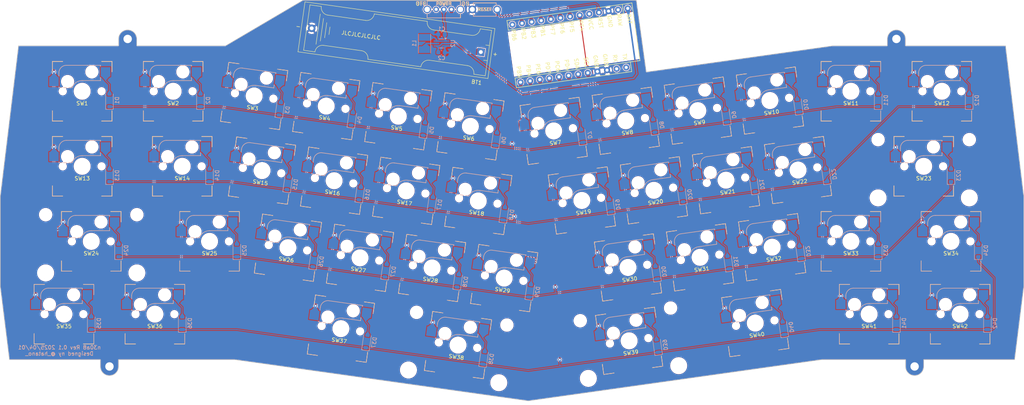
<source format=kicad_pcb>
(kicad_pcb (version 20241229) (generator "pcbnew") (generator_version "9.0")
  (layers (0 "F.Cu" mixed) (2 "B.Cu" mixed) (13 "F.Paste" user) (15 "B.Paste" user) (5 "F.SilkS" user "F.Silkscreen") (7 "B.SilkS" user "B.Silkscreen") (1 "F.Mask" user) (3 "B.Mask" user) (25 "Edge.Cuts" user))
  (net 0 "")
  (net 1 "GND")
  (net 2 "BAT")
  (net 3 "R1")
  (net 4 "Net-(BT1-+)")
  (net 5 "Net-(D1-A)")
  (net 6 "Net-(D2-A)")
  (net 7 "Net-(D3-A)")
  (net 8 "Net-(D4-A)")
  (net 9 "Net-(D5-A)")
  (net 10 "Net-(D6-A)")
  (net 11 "R2")
  (net 12 "Net-(D7-A)")
  (net 13 "Net-(D8-A)")
  (net 14 "Net-(D9-A)")
  (net 15 "Net-(D10-A)")
  (net 16 "Net-(D11-A)")
  (net 17 "Net-(D12-A)")
  (net 18 "Net-(D13-A)")
  (net 19 "Net-(D14-A)")
  (net 20 "Net-(D15-A)")
  (net 21 "Net-(D16-A)")
  (net 22 "Net-(D17-A)")
  (net 23 "Net-(D18-A)")
  (net 24 "Net-(D19-A)")
  (net 25 "Net-(D20-A)")
  (net 26 "Net-(D21-A)")
  (net 27 "Net-(D22-A)")
  (net 28 "Net-(D23-A)")
  (net 29 "Net-(D24-A)")
  (net 30 "C0")
  (net 31 "C1")
  (net 32 "C2")
  (net 33 "C3")
  (net 34 "C4")
  (net 35 "C5")
  (net 36 "C6")
  (net 37 "RST")
  (net 38 "Net-(D25-A)")
  (net 39 "Net-(D26-A)")
  (net 40 "cell")
  (net 41 "Net-(D27-A)")
  (net 42 "Net-(D28-A)")
  (net 43 "Net-(D29-A)")
  (net 44 "Net-(D30-A)")
  (net 45 "Net-(D31-A)")
  (net 46 "Net-(D32-A)")
  (net 47 "C7")
  (net 48 "C8")
  (net 49 "C9")
  (net 50 "C10")
  (net 51 "R0")
  (net 52 "Net-(D33-A)")
  (net 53 "R3")
  (net 54 "Net-(D34-A)")
  (net 55 "Net-(D35-A)")
  (net 56 "Net-(D36-A)")
  (net 57 "Net-(D37-A)")
  (net 58 "Net-(D38-A)")
  (net 59 "Net-(D39-A)")
  (net 60 "Net-(D40-A)")
  (net 61 "Net-(U2-L)")
  (net 66 "VCC")
  (net 67 "Net-(D41-A)")
  (net 68 "Net-(D42-A)")
  (footprint "Battery:BatteryHolder_Keystone_2466_1xAAA" (layer "F.Cu") (at 161.494109 37.357576 172)
    (property "Reference" "BT1")
    (property "Value" "Battery_Cell")
  )
  (footprint "cscslib:TACT_SWITCH_TVBP06" (layer "F.Cu") (at 162.520449 26.193696 180)
    (property "Reference" "SW43" (hide yes))
    (property "Value" "SW_RST" (hide yes))
  )
  (footprint "cscslib:BLEMicroPro-2N" (layer "F.Cu") (at 184.659817 35.785371 -82)
    (property "Reference" "U1" (hide yes))
    (property "Value" "BLE-Micro-Pro-2" (hide yes))
  )
  (footprint "cscslib:HOLE_M2" (layer "F.Cu") (at 69.05625 33.932841)
    (property "Reference" "J1" (hide yes))
    (property "Value" "Conn_01x01_Socket" (hide yes))
  )
  (footprint "cscslib:HOLE_M2" (layer "F.Cu") (at 64.293804 119.657913)
    (property "Reference" "J3" (hide yes))
    (property "Value" "Conn_01x01_Socket" (hide yes))
  )
  (footprint "cscslib:SLIDE_SWITCH_SK-12D01" (layer "F.Cu") (at 151.804815 26.193772)
    (property "Reference" "SW44" (hide yes))
    (property "Value" "SW_PWR" (hide yes))
  )
  (footprint "cscslib:HOLE_M2" (layer "F.Cu") (at 275.034606 119.657913)
    (property "Reference" "J4" (hide yes))
    (property "Value" "Conn_01x01_Socket" (hide yes))
  )
  (footprint "cscslib:HOLE_M2" (layer "F.Cu") (at 270.272102 33.932841)
    (property "Reference" "J2" (hide yes))
    (property "Value" "Conn_01x01_Socket" (hide yes))
  )
  (footprint "cscslib:CPG151101S11_1.5u" (layer "B.Cu") (at 57.15 47.624925)
    (property "Reference" "SW1")
    (property "Value" "CPG151101S11-16" (hide yes))
  )
  (footprint "cscslib:CPG151101S11_1u" (layer "B.Cu") (at 102.166025 48.857934 -8)
    (property "Reference" "SW3")
    (property "Value" "CPG151101S11-16" (hide yes))
  )
  (footprint "cscslib:CPG151101S11_1u" (layer "B.Cu") (at 121.030712 51.509194 -8)
    (property "Reference" "SW4")
    (property "Value" "CPG151101S11-16" (hide yes))
  )
  (footprint "cscslib:CPG151101S11_1u" (layer "B.Cu") (at 139.895395 54.160451 -8)
    (property "Reference" "SW5")
    (property "Value" "CPG151101S11-16" (hide yes))
  )
  (footprint "cscslib:CPG151101S11_1u" (layer "B.Cu") (at 158.760083 56.811709 -8)
    (property "Reference" "SW6")
    (property "Value" "CPG151101S11-16" (hide yes))
  )
  (footprint "cscslib:CPG151101S11_1u" (layer "B.Cu") (at 180.568013 58.002359 8)
    (property "Reference" "SW7")
    (property "Value" "CPG151101S11-16" (hide yes))
  )
  (footprint "cscslib:CPG151101S11_1u" (layer "B.Cu") (at 199.432699 55.351103 8)
    (property "Reference" "SW8")
    (property "Value" "CPG151101S11-16" (hide yes))
  )
  (footprint "cscslib:CPG151101S11_1u" (layer "B.Cu") (at 218.297385 52.699842 8)
    (property "Reference" "SW9")
    (property "Value" "CPG151101S11-16" (hide yes))
  )
  (footprint "cscslib:CPG151101S11_1u" (layer "B.Cu") (at 237.162069 50.048586 8)
    (property "Reference" "SW10")
    (property "Value" "CPG151101S11-16" (hide yes))
  )
  (footprint "cscslib:CPG151101S11_1u" (layer "B.Cu") (at 258.365625 47.624927)
    (property "Reference" "SW11")
    (property "Value" "CPG151101S11-16" (hide yes))
  )
  (footprint "cscslib:CPG151101S11_1u" (layer "B.Cu") (at 83.343749 67.270293)
    (property "Reference" "SW14")
    (property "Value" "CPG151101S11-16" (hide yes))
  )
  (footprint "cscslib:CPG151101S11_1u" (layer "B.Cu") (at 104.230765 68.38541 -8)
    (property "Reference" "SW15")
    (property "Value" "CPG151101S11-16" (hide yes))
  )
  (footprint "cscslib:CPG151101S11_1u" (layer "B.Cu") (at 187.935015 76.204293 8)
    (property "Reference" "SW19")
    (property "Value" "CPG151101S11-16" (hide yes))
  )
  (footprint "cscslib:CPG151101S11_1u" (layer "B.Cu") (at 225.66426 70.901794 8)
    (property "Reference" "SW21")
    (property "Value" "CPG151101S11-16" (hide yes))
  )
  (footprint "cscslib:CPG151101S11_2.25u" (layer "B.Cu") (at 59.53125 86.91555)
    (property "Reference" "SW24")
    (property "Value" "CPG151101S11-16" (hide yes))
  )
  (footprint "cscslib:CPG151101S11_1u" (layer "B.Cu") (at 90.487294 86.915674)
    (property "Reference" "SW25")
    (property "Value" "CPG151101S11-16" (hide yes))
  )
  (footprint "cscslib:CPG151101S11_1u" (layer "B.Cu") (at 111.011825 88.575657 -8)
    (property "Reference" "SW26")
    (property "Value" "CPG151101S11-16" (hide yes))
  )
  (footprint "cscslib:CPG151101S11_1u" (layer "B.Cu") (at 148.741095 93.877998 -8)
    (property "Reference" "SW28")
    (property "Value" "CPG151101S11-16" (hide yes))
  )
  (footprint "cscslib:CPG151101S11_1u" (layer "B.Cu") (at 167.605682 96.52947 -8)
    (property "Reference" "SW29")
    (property "Value" "CPG151101S11-16" (hide yes))
  )
  (footprint "cscslib:CPG151101S11_1u" (layer "B.Cu") (at 80.9625 47.624925)
    (property "Reference" "SW2")
    (property "Value" "CPG151101S11-16" (hide yes))
  )
  (footprint "cscslib:CPG151101S11_1u" (layer "B.Cu") (at 206.799638 73.553044 8)
    (property "Reference" "SW20")
    (property "Value" "CPG151101S11-16" (hide yes))
  )
  (footprint "cscslib:CPG151101S11_1.75u" (layer "B.Cu") (at 57.150003 67.270292)
    (property "Reference" "SW13")
    (property "Value" "CPG151101S11-16" (hide yes))
  )
  (footprint "Diode_SMD:D_SOD-123" (layer "B.Cu") (at 155.484049 97.23029 82)
    (property "Reference" "D28")
    (property "Value" "1N4148W")
  )
  (footprint "Diode_SMD:D_SOD-123" (layer "B.Cu") (at 251.935315 69.614187 98)
    (property "Reference" "D22")
    (property "Value" "1N4148W")
  )
  (footprint "Diode_SMD:D_SOD-123" (layer "B.Cu") (at 66.675056 89.296874 90)
    (property "Reference" "D24")
    (property "Value" "1N4148W")
  )
  (footprint "Diode_SMD:D_SOD-123" (layer "B.Cu") (at 97.63133 89.296874 90)
    (property "Reference" "D25")
    (property "Value" "1N4148W")
  )
  (footprint "Diode_SMD:D_SOD-123" (layer "B.Cu") (at 207.425006 95.106934 98)
    (property "Reference" "D30")
    (property "Value" "1N4148W")
  )
  (footprint "Capacitor_SMD:C_0603_1608Metric_Pad1.08x0.95mm_HandSolder" (layer "B.Cu") (at 151.209476 32.741953 180)
    (property "Reference" "C1")
    (property "Value" "GRM188R60J106KE47D")
  )
  (footprint "Inductor_SMD:L_Taiyo-Yuden_NR-30xx_HandSoldering" (layer "B.Cu") (at 146.764401 35.123205 90)
    (property "Reference" "L1")
    (property "Value" "LQH3NPZ4R7MMEL")
  )
  (footprint "Capacitor_SMD:C_0603_1608Metric_Pad1.08x0.95mm_HandSolder" (layer "B.Cu") (at 151.209478 37.504457)
    (property "Reference" "C2")
    (property "Value" "GRM188R60J106KE47D")
  )
  (footprint "Diode_SMD:D_SOD-123" (layer "B.Cu") (at 117.754836 91.927796 82)
    (property "Reference" "D26")
    (property "Value" "1N4148W")
  )
  (footprint "cscslib:CPG151101S11_1u" (layer "B.Cu") (at 244.528883 68.250546 8)
    (property "Reference" "SW22")
    (property "Value" "CPG151101S11-16" (hide yes))
  )
  (footprint "Diode_SMD:D_SOD-123" (layer "B.Cu") (at 136.619443 94.579042 82)
    (property "Reference" "D27")
    (property "Value" "1N4148W")
  )
  (footprint "Diode_SMD:D_SOD-123" (layer "B.Cu") (at 108.908876 52.210147 82)
    (property "Reference" "D3")
    (property "Value" "1N4148W")
  )
  (footprint "Diode_SMD:D_SOD-123" (layer "B.Cu") (at 88.106323 50.006216 90)
    (property "Reference" "D2")
    (property "Value" "1N4148W")
  )
  (footprint "Diode_SMD:D_SOD-123" (layer "B.Cu") (at 127.773483 54.861393 82)
    (property "Reference" "D4")
    (property "Value" "1N4148W")
  )
  (footprint "Diode_SMD:D_SOD-123" (layer "B.Cu") (at 206.838664 56.714877 98)
    (property "Reference" "D8")
    (property "Value" "1N4148W")
  )
  (footprint "Diode_SMD:D_SOD-123" (layer "B.Cu") (at 225.703287 54.063627 98)
    (property "Reference" "D9")
    (property "Value" "1N4148W")
  )
  (footprint "Diode_SMD:D_SOD-123" (layer "B.Cu") (at 187.974042 59.366127 98)
    (property "Reference" "D7")
    (property "Value" "1N4148W")
  )
  (footprint "Diode_SMD:D_SOD-123" (layer "B.Cu") (at 244.567909 51.412377 98)
    (property "Reference" "D10")
    (property "Value" "1N4148W")
  )
  (footprint "Diode_SMD:D_SOD-123" (layer "B.Cu") (at 146.63809 57.512641 82)
    (property "Reference" "D5")
    (property "Value" "1N4148W")
  )
  (footprint "Diode_SMD:D_SOD-123" (layer "B.Cu") (at 165.502693 60.163889 82)
    (property "Reference" "D6")
    (property "Value" "1N4148W")
  )
  (footprint "Diode_SMD:D_SOD-123" (layer "B.Cu") (at 64.293804 50.006216 90)
    (property "Reference" "D1")
    (property "Value" "1N4148W")
  )
  (footprint "Diode_SMD:D_SOD-123" (layer "B.Cu") (at 214.20607 74.916687 98)
    (property "Reference" "D20")
    (property "Value" "1N4148W")
  )
  (footprint "Diode_SMD:D_SOD-123" (layer "B.Cu") (at 129.838388 74.388812 82)
    (property "Reference" "D16")
    (property "Value" "1N4148W")
  )
  (footprint "Diode_SMD:D_SOD-123" (layer "B.Cu") (at 195.341447 77.567939 98)
    (property "Reference" "D19")
    (property "Value" "1N4148W")
  )
  (footprint "Diode_SMD:D_SOD-123" (layer "B.Cu") (at 233.070692 72.265437 98)
    (property "Reference" "D21")
    (property "Value" "1N4148W")
  )
  (footprint "Diode_SMD:D_SOD-123" (layer "B.Cu") (at 110.97378 71.737564 82)
    (property "Reference" "D15")
    (property "Value" "1N4148W")
  )
  (footprint "Diode_SMD:D_SOD-123" (layer "B.Cu") (at 167.5676 79.691307 82)
    (property "Reference" "D18")
    (property "Value" "1N4148W")
  )
  (footprint "Diode_SMD:D_SOD-123" (layer "B.Cu") (at 90.487576 69.651545 90)
    (property "Reference" "D14")
    (property "Value" "1N4148W")
  )
  (footprint "cscslib:CPG151101S11_1u" (layer "B.Cu") (at 123.095386 71.03666 -8)
    (property "Reference" "SW16")
    (property "Value" "CPG151101S11-16" (hide yes))
  )
  (footprint "cscslib:CPG151101S11_1u" (layer "B.Cu") (at 160.824631 76.339159 -8)
    (property "Reference" "SW18")
    (property "Value" "CPG151101S11-16" (hide yes))
  )
  (footprint "cscslib:CPG151101S11_1u" (layer "B.Cu") (at 141.960006 73.687909 -8)
    (property "Reference" "SW17")
    (property "Value" "CPG151101S11-16" (hide yes))
  )
  (footprint "cscslib:CPG151101S11_2.25u" (layer "B.Cu") (at 277.415624 67.270296)
    (property "Reference" "SW23")
    (property "Value" "CPG151101S11-16" (hide yes))
  )
  (footprint "Diode_SMD:D_SOD-123" (layer "B.Cu") (at 174.348656 99.881538 82)
    (property "Reference" "D29")
    (property "Value" "1N4148W")
  )
  (footprint "Diode_SMD:D_SOD-123" (layer "B.Cu") (at 148.702994 77.04006 82)
    (property "Reference" "D17")
    (property "Value" "1N4148W")
  )
  (footprint "Diode_SMD:D_SOD-123" (layer "B.Cu") (at 64.293804 69.651545 90)
    (property "Reference" "D13")
    (property "Value" "1N4148W")
  )
  (footprint "Diode_SMD:D_SOD-123" (layer "B.Cu") (at 245.154253 89.804435 98)
    (property "Reference" "D32")
    (property "Value" "1N4148W")
  )
  (footprint "cscslib:CPG151101S11_1u" (layer "B.Cu") (at 237.748348 88.440781 8)
    (property "Reference" "SW32")
    (property "Value" "CPG151101S11-16" (hide yes))
  )
  (footprint "cscslib:CPG151101S11_1.5u" (layer "B.Cu") (at 282.178124 47.624924)
    (property "Reference" "SW12")
    (property "Value" "CPG151101S11-16" (hide yes))
  )
  (footprint "cscslib:CPG151101S11_1u" (layer "B.Cu") (at 129.876448 91.226908 -8)
    (property "Reference" "SW27")
    (property "Value" "CPG151101S11-16" (hide yes))
  )
  (footprint "cscslib:CPG151101S11_1u" (layer "B.Cu") (at 200.019026 93.743292 8)
    (property "Reference" "SW30")
    (property "Value" "CPG151101S11-16" (hide yes))
  )
  (footprint "cscslib:CPG151101S11_1.25u" (layer "B.Cu") (at 286.940626 105.96555)
    (property "Reference" "SW42")
    (property "Value" "CPG151101S11-16" (hide yes))
  )
  (footprint "Diode_SMD:D_SOD-123" (layer "B.Cu") (at 265.509598 50.006216 90)
    (property "Reference" "D11")
    (property "Value" "1N4148W")
  )
  (footprint "cscslib:CPG151101S11_1.25u" (layer "B.Cu") (at 233.325617 108.299389 8)
    (property "Reference" "SW40")
    (property "Value" "CPG151101S11-16" (hide yes))
  )
  (footprint "Diode_SMD:D_SOD-123" (layer "B.Cu") (at 162.265105 117.420522 82)
    (property "Reference" "D38")
    (property "Value" "1N4148W")
  )
  (footprint "cscslib:CPG151101S11_1.25u" (layer "B.Cu") (at 263.128346 105.965638)
    (property "Reference" "SW41")
    (property "Value" "CPG151101S11-16" (hide yes))
  )
  (footprint "cscslib:CPG151101S11_2.25u" (layer "B.Cu") (at 200.312528 112.939075 8)
    (property "Reference" "SW39")
    (property "Value" "CPG151101S11-16" (hide yes))
  )
  (footprint "cscslib:CPG151101S11_1u" (layer "B.Cu") (at 258.365625 86.915629)
    (property "Reference" "SW33")
    (property "Value" "CPG151101S11-16" (hide yes))
  )
  (footprint "Diode_SMD:D_SOD-123" (layer "B.Cu") (at 284.559614 69.651545 90)
    (property "Reference" "D23")
    (property "Value" "1N4148W")
  )
  (footprint "Diode_SMD:D_SOD-123" (layer "B.Cu") (at 240.73127 109.663276 98)
    (property "Reference" "D40")
    (property "Value" "1N4148W")
  )
  (footprint "cscslib:CPG151101S11_1.25u" (layer "B.Cu") (at 52.3875 105.965549)
    (property "Reference" "SW35")
    (property "Value" "CPG151101S11-16" (hide yes))
  )
  (footprint "Package_TO_SOT_SMD:SOT-363_SC-70-6_Handsoldering" (layer "B.Cu") (at 151.209502 35.123467 180)
    (property "Reference" "U2")
    (property "Value" "TPS61221")
  )
  (footprint "Diode_SMD:D_SOD-123" (layer "B.Cu") (at 294.084622 108.346891 90)
    (property "Reference" "D42")
    (property "Value" "1N4148W")
  )
  (footprint "Diode_SMD:D_SOD-123" (layer "B.Cu") (at 291.70337 89.296874 90)
    (property "Reference" "D34")
    (property "Value" "1N4148W")
  )
  (footprint "cscslib:CPG151101S11_1u" (layer "B.Cu") (at 218.883715 91.091843 8)
    (property "Reference" "SW31")
    (property "Value" "CPG151101S11-16" (hide yes))
  )
  (footprint "Diode_SMD:D_SOD-123" (layer "B.Cu") (at 265.5096 89.296872 90)
    (property "Reference" "D33")
    (property "Value" "1N4148W")
  )
  (footprint "cscslib:CPG151101S11_1.75u" (layer "B.Cu") (at 284.559375 86.91555)
    (property "Reference" "SW34")
    (property "Value" "CPG151101S11-16" (hide yes))
  )
  (footprint "cscslib:CPG151101S11_2u" (layer "B.Cu") (at 155.522725 114.068348 -8)
    (property "Reference" "SW38")
    (property "Value" "CPG151101S11-16" (hide yes))
  )
  (footprint "Diode_SMD:D_SOD-123" (layer "B.Cu") (at 289.322118 50.006216 90)
    (property "Reference" "D12")
    (property "Value" "1N4148W")
  )
  (footprint "Diode_SMD:D_SOD-123" (layer "B.Cu") (at 207.718177 114.302963 98)
    (property "Reference" "D39")
    (property "Value" "1N4148W")
  )
  (footprint "cscslib:CPG151101S11_1.25u" (layer "B.Cu") (at 124.867739 109.760069 -8)
    (property "Reference" "SW37")
    (property "Value" "CPG151101S11-16" (hide yes))
  )
  (footprint "cscslib:CPG151101S11_1.25u" (layer "B.Cu") (at 76.2 105.96555)
    (property "Reference" "SW36")
    (property "Value" "CPG151101S11-16" (hide yes))
  )
  (footprint "Diode_SMD:D_SOD-123" (layer "B.Cu") (at 59.5313 108.34689 90)
    (property "Reference" "D35")
    (property "Value" "1N4148W")
  )
  (footprint "Diode_SMD:D_SOD-123" (layer "B.Cu") (at 131.61012 113.112243 82)
    (property "Reference" "D37")
    (property "Value" "1N4148W")
  )
  (footprint "Diode_SMD:D_SOD-123" (layer "B.Cu") (at 83.34382 108.34689 90)
    (property "Reference" "D36")
    (property "Value" "1N4148W")
  )
  (footprint "Diode_SMD:D_SOD-123" (layer "B.Cu") (at 270.272102 108.34689 90)
    (property "Reference" "D41")
    (property "Value" "1N4148W")
  )
  (footprint "Diode_SMD:D_SOD-123" (layer "B.Cu") (at 226.289631 92.455685 98)
    (property "Reference" "D31")
    (property "Value" "1N4148W")
  )
  (gr_line (start 66.675056 119.657913) (end 66.675 117.8718) (stroke (width 0.15)) (layer "Edge.Cuts"))
  (gr_line (start 97.27153 117.904913) (end 173.900255 128.674378) (stroke (width 0.15)) (layer "Edge.Cuts"))
  (gr_line (start 61.9125 119.657913) (end 61.9125 117.8718) (stroke (width 0.15)) (layer "Edge.Cuts"))
  (gr_arc (start 66.675054 119.657895) (mid 64.293804 122.039165) (end 61.912554 119.657894) (stroke (width 0.15)) (layer "Edge.Cuts"))
  (gr_line (start 173.900255 128.674378) (end 250.763894 117.871898) (stroke (width 0.15)) (layer "Edge.Cuts"))
  (gr_line (start 97.03602 117.871908) (end 97.27153 117.904913) (stroke (width 0.15)) (layer "Edge.Cuts"))
  (gr_line (start 250.763896 117.871802) (end 272.653125 117.8718) (stroke (width 0.15)) (layer "Edge.Cuts"))
  (gr_line (start 277.415625 117.8718) (end 301.228125 117.871802) (stroke (width 0.15)) (layer "Edge.Cuts"))
  (gr_arc (start 277.415831 119.657889) (mid 275.034606 122.039165) (end 272.653331 119.65789) (stroke (width 0.15)) (layer "Edge.Cuts"))
  (gr_line (start 204.814649 42.57135) (end 253.57474 35.718675) (stroke (width 0.15)) (layer "Edge.Cuts"))
  (gr_line (start 94.654767 35.718675) (end 71.437499 35.718675) (stroke (width 0.15)) (layer "Edge.Cuts"))
  (gr_line (start 277.415858 119.657913) (end 277.415625 117.8718) (stroke (width 0.15)) (layer "Edge.Cuts"))
  (gr_line (start 298.846875 35.718675) (end 303.609375 75.009298) (stroke (width 0.15)) (layer "Edge.Cuts"))
  (gr_line (start 272.653125 35.718675) (end 298.846875 35.718675) (stroke (width 0.15)) (layer "Edge.Cuts"))
  (gr_line (start 40.48125 35.718675) (end 35.71875 75.0093) (stroke (width 0.15)) (layer "Edge.Cuts"))
  (gr_line (start 71.43756 33.932841) (end 71.437499 35.718675) (stroke (width 0.15)) (layer "Edge.Cuts"))
  (gr_line (start 303.609375 75.009298) (end 303.609375 98.8218) (stroke (width 0.15)) (layer "Edge.Cuts"))
  (gr_line (start 303.609375 98.8218) (end 301.228125 117.871802) (stroke (width 0.15)) (layer "Edge.Cuts"))
  (gr_line (start 272.653331 119.65789) (end 272.653354 117.871975) (stroke (width 0.15)) (layer "Edge.Cuts"))
  (gr_line (start 35.718752 98.8218) (end 35.71875 75.0093) (stroke (width 0.15)) (layer "Edge.Cuts"))
  (gr_line (start 61.9125 117.8718) (end 38.099998 117.871908) (stroke (width 0.15)) (layer "Edge.Cuts"))
  (gr_line (start 272.653355 33.932886) (end 272.653356 35.718778) (stroke (width 0.15)) (layer "Edge.Cuts"))
  (gr_arc (start 66.675 33.932843) (mid 69.05625 31.551589) (end 71.4375 33.932843) (stroke (width 0.15)) (layer "Edge.Cuts"))
  (gr_line (start 114.895409 23.81252) (end 94.654767 35.718675) (stroke (width 0.15)) (layer "Edge.Cuts"))
  (gr_line (start 35.718752 98.8218) (end 38.099998 117.871908) (stroke (width 0.15)) (layer "Edge.Cuts"))
  (gr_line (start 66.675 117.8718) (end 97.03602 117.871908) (stroke (width 0.15)) (layer "Edge.Cuts"))
  (gr_arc (start 267.890853 33.932886) (mid 270.272102 31.551589) (end 272.653351 33.932886) (stroke (width 0.15)) (layer "Edge.Cuts"))
  (gr_line (start 267.890854 33.932886) (end 267.890625 35.718675) (stroke (width 0.15)) (layer "Edge.Cuts"))
  (gr_line (start 66.675 35.718675) (end 40.48125 35.718675) (stroke (width 0.15)) (layer "Edge.Cuts"))
  (gr_line (start 66.675056 33.932841) (end 66.675 35.718675) (stroke (width 0.15)) (layer "Edge.Cuts"))
  (gr_line (start 253.57474 35.718675) (end 267.890625 35.718675) (stroke (width 0.15)) (layer "Edge.Cuts"))
  (gr_line (start 114.895409 23.812444) (end 202.214317 23.812445) (stroke (width 0.15)) (layer "Edge.Cuts"))
  (gr_line (start 202.214317 23.812445) (end 204.814649 42.57135) (stroke (width 0.15)) (layer "Edge.Cuts"))
  (gr_text "JLCJLCJLCJLC" (at 124.861055 32.81025 352) (layer "F.SilkS") (effects (font (size 1 1)) (justify left bottom)))
  (gr_text "n30a8 Rev 0.1 2025/04/01\nDesigned ny @_hatano_" (at 51.196875 115.490658 0) (layer "B.SilkS") (effects (font (size 1 1)) (justify mirror)))
  (segment (start 152.539502 35.773467) (end 154.726533 35.773467) (width 0.4) (layer "B.Cu") (net 1))
  (segment (start 150.94798 36.366227) (end 151.540739 35.773467) (width 0.4) (layer "B.Cu") (net 1))
  (segment (start 152.071976 37.504455) (end 152.071976 36.240993) (width 0.4) (layer "B.Cu") (net 1))
  (segment (start 152.539502 35.773467) (end 151.540739 35.773467) (width 0.4) (layer "B.Cu") (net 1))
  (segment (start 152.071976 36.240993) (end 152.539502 35.77347) (width 0.4) (layer "B.Cu") (net 1))
  (segment (start 150.690797 35.773467) (end 149.879504 35.773468) (width 0.4) (layer "B.Cu") (net 2))
  (segment (start 154.870982 35.093726) (end 154.659365 35.123467) (width 0.4) (layer "B.Cu") (net 2))
  (segment (start 152.539508 35.123467) (end 151.340797 35.123467) (width 0.4) (layer "B.Cu") (net 2))
  (segment (start 172.429759 48.325213) (end 154.870982 35.093726) (width 0.4) (layer "B.Cu") (net 2))
  (segment (start 199.948644 25.94178) (end 202.356896 43.07738) (width 0.4) (layer "B.Cu") (net 2))
  (segment (start 154.659365 35.123467) (end 152.539502 35.123467) (width 0.4) (layer "B.Cu") (net 2))
  (segment (start 201.478813 44.242634) (end 172.429759 48.325213) (width 0.4) (layer "B.Cu") (net 2))
  (segment (start 150.346979 36.240938) (end 149.879504 35.773468) (width 0.4) (layer "B.Cu") (net 2))
  (segment (start 150.346976 37.504457) (end 150.346979 36.240938) (width 0.4) (layer "B.Cu") (net 2))
  (segment (start 151.340797 35.123467) (end 150.690797 35.773467) (width 0.4) (layer "B.Cu") (net 2))
  (segment (start 202.356896 43.07738) (end 201.478813 44.242634) (width 0.4) (layer "B.Cu") (net 2))
  (segment (start 170.259518 79.514866) (end 170.597831 79.176553) (width 0.25) (layer "F.Cu") (net 3))
  (segment (start 170.259518 80.367179) (end 170.259518 79.514866) (width 0.25) (layer "F.Cu") (net 3))
  (segment (start 174.600413 46.336929) (end 173.688535 47.547033) (width 0.25) (layer "F.Cu") (net 3))
  (segment (start 173.688535 47.547033) (end 171.821507 47.809428) (width 0.25) (layer "F.Cu") (net 3))
  (segment (start 170.597831 79.176553) (end 170.597833 49.433297) (width 0.25) (layer "F.Cu") (net 3))
  (segment (start 174.401552 44.921962) (end 174.600413 46.336929) (width 0.25) (layer "F.Cu") (net 3))
  (segment (start 171.821507 47.809428) (end 170.597833 49.433297) (width 0.25) (layer "F.Cu") (net 3))
  (via (at 170.259518 80.367179) (size 0.8) (drill 0.4) (layers "F.Cu" "B.Cu") (net 3))
  (segment (start 252.164951 71.248129) (end 252.164951 70.259399) (width 0.25) (layer "B.Cu") (net 3))
  (segment (start 195.571083 79.201879) (end 173.918405 82.244965) (width 0.25) (layer "B.Cu") (net 3))
  (segment (start 64.293804 71.301544) (end 90.487576 71.301545) (width 0.25) (layer "B.Cu") (net 3))
  (segment (start 167.337965 81.325249) (end 96.011999 71.301039) (width 0.25) (layer "B.Cu") (net 3))
  (segment (start 170.259521 81.735847) (end 173.914925 82.249581) (width 0.25) (layer "B.Cu") (net 3))
  (segment (start 167.337965 81.325249) (end 170.259521 81.735847) (width 0.25) (layer "B.Cu") (net 3))
  (segment (start 270.768134 51.656216) (end 289.322118 51.656216) (width 0.25) (layer "B.Cu") (net 3))
  (segment (start 90.487576 71.301545) (end 96.011494 71.301545) (width 0.25) (layer "B.Cu") (net 3))
  (segment (start 170.259518 80.367179) (end 170.259521 81.735847) (width 0.25) (layer "B.Cu") (net 3))
  (segment (start 96.011494 71.301545) (end 96.011999 71.301039) (width 0.25) (layer "B.Cu") (net 3))
  (segment (start 173.918405 82.244965) (end 173.914925 82.249581) (width 0.25) (layer "B.Cu") (net 3))
  (segment (start 252.164951 70.259399) (end 270.768134 51.656216) (width 0.25) (layer "B.Cu") (net 3))
  (segment (start 252.16495 71.24813) (end 195.571083 79.201879) (width 0.25) (layer "B.Cu") (net 3))
  (segment (start 153.804815 26.193771) (end 153.804815 33.257303) (width 0.4) (layer "F.Cu") (net 4))
  (segment (start 157.905088 37.357576) (end 161.494109 37.357576) (width 0.4) (layer "F.Cu") (net 4))
  (segment (start 153.804815 33.257303) (end 157.905088 37.357576) (width 0.4) (layer "F.Cu") (net 4))
  (segment (start 63.264998 44.810222) (end 64.293803 45.839026) (width 0.25) (layer "B.Cu") (net 5))
  (segment (start 64.293803 45.839026) (end 64.293804 48.356216) (width 0.25) (layer "B.Cu") (net 5))
  (segment (start 63.265 42.544928) (end 63.264998 44.810222) (width 0.25) (layer "B.Cu") (net 5))
  (segment (start 88.106324 45.839027) (end 88.106324 48.356216) (width 0.25) (layer "B.Cu") (net 6))
  (segment (start 87.0775 42.544927) (end 87.077499 44.810201) (width 0.25) (layer "B.Cu") (net 6))
  (segment (start 87.077499 44.810201) (end 88.106324 45.839027) (width 0.25) (layer "B.Cu") (net 6))
  (segment (start 109.488844 48.083459) (end 109.13851 50.576202) (width 0.25) (layer "B.Cu") (net 7))
  (segment (start 108.613265 46.921525) (end 109.488844 48.083459) (width 0.25) (layer "B.Cu") (net 7))
  (segment (start 108.928514 44.678416) (end 108.613265 46.921525) (width 0.25) (layer "B.Cu") (net 7))
  (segment (start 127.477942 49.572847) (end 128.353453 50.73469) (width 0.25) (layer "B.Cu") (net 8))
  (segment (start 127.793199 47.329674) (end 127.477942 49.572847) (width 0.25) (layer "B.Cu") (net 8))
  (segment (start 128.353453 50.73469) (end 128.003118 53.227451) (width 0.25) (layer "B.Cu") (net 8))
  (segment (start 146.342618 52.224168) (end 147.218062 53.385922) (width 0.25) (layer "B.Cu") (net 9))
  (segment (start 146.657885 49.980933) (end 146.342618 52.224168) (width 0.25) (layer "B.Cu") (net 9))
  (segment (start 147.218062 53.385922) (end 146.867725 55.878699) (width 0.25) (layer "B.Cu") (net 9))
  (segment (start 166.082791 56.037313) (end 166.082632 56.037433) (width 0.25) (layer "B.Cu") (net 10))
  (segment (start 166.082632 56.037433) (end 165.732333 58.529946) (width 0.25) (layer "B.Cu") (net 10))
  (segment (start 165.522571 52.632191) (end 165.207296 54.875491) (width 0.25) (layer "B.Cu") (net 10))
  (segment (start 165.207296 54.875491) (end 166.082791 56.037313) (width 0.25) (layer "B.Cu") (net 10))
  (segment (start 176.916833 44.568462) (end 177.176452 46.415744) (width 0.25) (layer "F.Cu") (net 11))
  (segment (start 176.63613 47.132776) (end 174.320137 47.458267) (width 0.25) (layer "F.Cu") (net 11))
  (segment (start 173.936294 47.967645) (end 172.069266 48.230039) (width 0.25) (layer "F.Cu") (net 11))
  (segment (start 172.069266 48.230039) (end 171.048834 49.584198) (width 0.25) (layer "F.Cu") (net 11))
  (segment (start 171.048832 87.747434) (end 180.975152 97.673754) (width 0.25) (layer "F.Cu") (net 11))
  (segment (start 171.048832 49.620108) (end 171.048832 87.747434) (width 0.25) (layer "F.Cu") (net 11))
  (segment (start 174.320137 47.458267) (end 173.936294 47.967645) (width 0.25) (layer "F.Cu") (net 11))
  (segment (start 177.176452 46.415744) (end 176.63613 47.132776) (width 0.25) (layer "F.Cu") (net 11))
  (segment (start 180.975152 97.673754) (end 180.975152 98.821882) (width 0.25) (layer "F.Cu") (net 11))
  (segment (start 171.048834 49.584198) (end 171.048832 49.620108) (width 0.25) (layer "F.Cu") (net 11))
  (via (at 180.975152 98.821882) (size 0.8) (drill 0.4) (layers "F.Cu" "B.Cu") (net 11))
  (segment (start 174.170834 101.446719) (end 180.975152 100.490434) (width 0.25) (layer "B.Cu") (net 11))
  (segment (start 245.383889 91.438377) (end 226.519266 94.089627) (width 0.25) (layer "B.Cu") (net 11))
  (segment (start 265.509598 90.946874) (end 266.836163 90.946874) (width 0.25) (layer "B.Cu") (net 11))
  (segment (start 226.519266 94.089627) (end 207.654644 96.740877) (width 0.25) (layer "B.Cu") (net 11))
  (segment (start 98.91586 90.946366) (end 98.915183 90.946875) (width 0.25) (layer "B.Cu") (net 11))
  (segment (start 248.870874 90.946874) (end 248.8692 90.948548) (width 0.25) (layer "B.Cu") (net 11))
  (segment (start 284.559614 73.223423) (end 284.559614 71.301545) (width 0.25) (layer "B.Cu") (net 11))
  (segment (start 265.509598 90.946874) (end 248.870874 90.946874) (width 0.25) (layer "B.Cu") (net 11))
  (segment (start 266.836163 90.946874) (end 284.559614 73.223423) (width 0.25) (layer "B.Cu") (net 11))
  (segment (start 207.654644 96.740877) (end 180.975152 100.490434) (width 0.25) (layer "B.Cu") (net 11))
  (segment (start 180.975152 100.490434) (end 180.975152 98.821882) (width 0.25) (layer "B.Cu") (net 11))
  (segment (start 245.383889 91.438377) (end 248.8692 90.948548) (width 0.25) (layer "B.Cu") (net 11))
  (segment (start 174.119021 101.51548) (end 98.91586 90.946366) (width 0.25) (layer "B.Cu") (net 11))
  (segment (start 97.631332 90.946874) (end 98.915183 90.946875) (width 0.25) (layer "B.Cu") (net 11))
  (segment (start 66.675056 90.946873) (end 97.631332 90.946874) (width 0.25) (layer "B.Cu") (net 11))
  (segment (start 186.231708 54.363562) (end 187.394078 55.23947) (width 0.25) (layer "B.Cu") (net 12))
  (segment (start 185.9165 52.120756) (end 186.231708 54.363562) (width 0.25) (layer "B.Cu") (net 12))
  (segment (start 187.394078 55.23947) (end 187.744405 57.732185) (width 0.25) (layer "B.Cu") (net 12))
  (segment (start 205.096403 51.712366) (end 206.2587 52.58822) (width 0.25) (layer "B.Cu") (net 13))
  (segment (start 206.2587 52.58822) (end 206.609026 55.080934) (width 0.25) (layer "B.Cu") (net 13))
  (segment (start 204.781188 49.469497) (end 205.096403 51.712366) (width 0.25) (layer "B.Cu") (net 13))
  (segment (start 225.123322 49.936968) (end 225.473653 52.429684) (width 0.25) (layer "B.Cu") (net 14))
  (segment (start 223.645875 46.818236) (end 223.961099 49.061171) (width 0.25) (layer "B.Cu") (net 14))
  (segment (start 223.961099 49.061171) (end 225.123322 49.936968) (width 0.25) (layer "B.Cu") (net 14))
  (segment (start 242.825791 46.409974) (end 243.987944 47.285719) (width 0.25) (layer "B.Cu") (net 15))
  (segment (start 243.987944 47.285719) (end 244.338273 49.778435) (width 0.25) (layer "B.Cu") (net 15))
  (segment (start 242.510559 44.166982) (end 242.825791 46.409974) (width 0.25) (layer "B.Cu") (net 15))
  (segment (start 264.480625 44.810052) (end 265.509598 45.839025) (width 0.25) (layer "B.Cu") (net 16))
  (segment (start 264.480625 42.544926) (end 264.480625 44.810052) (width 0.25) (layer "B.Cu") (net 16))
  (segment (start 265.509598 45.839025) (end 265.509597 48.356216) (width 0.25) (layer "B.Cu") (net 16))
  (segment (start 288.293124 42.544925) (end 288.293124 44.810031) (width 0.25) (layer "B.Cu") (net 17))
  (segment (start 289.322118 45.839023) (end 289.322118 48.356216) (width 0.25) (layer "B.Cu") (net 17))
  (segment (start 288.293124 44.810031) (end 289.322118 45.839023) (width 0.25) (layer "B.Cu") (net 17))
  (segment (start 63.265001 64.455551) (end 64.293804 65.484353) (width 0.25) (layer "B.Cu") (net 18))
  (segment (start 64.293804 65.484353) (end 64.293804 68.001545) (width 0.25) (layer "B.Cu") (net 18))
  (segment (start 63.265001 62.190293) (end 63.265001 64.455551) (width 0.25) (layer "B.Cu") (net 18))
  (segment (start 89.458749 64.455529) (end 90.487576 65.484354) (width 0.25) (layer "B.Cu") (net 19))
  (segment (start 89.458749 62.190293) (end 89.458749 64.455529) (width 0.25) (layer "B.Cu") (net 19))
  (segment (start 90.487576 65.484354) (end 90.487577 68.001545) (width 0.25) (layer "B.Cu") (net 19))
  (segment (start 110.993254 64.205891) (end 110.678037 66.448781) (width 0.25) (layer "B.Cu") (net 20))
  (segment (start 111.553747 67.61089) (end 111.203416 70.103622) (width 0.25) (layer "B.Cu") (net 20))
  (segment (start 110.678037 66.448781) (end 111.553747 67.61089) (width 0.25) (layer "B.Cu") (net 20))
  (segment (start 129.542657 69.100029) (end 130.418356 70.26212) (width 0.25) (layer "B.Cu") (net 21))
  (segment (start 129.857875 66.85714) (end 129.542657 69.100029) (width 0.25) (layer "B.Cu") (net 21))
  (segment (start 130.418356 70.26212) (end 130.068023 72.754872) (width 0.25) (layer "B.Cu") (net 21))
  (segment (start 149.283074 72.913498) (end 149.282929 72.913608) (width 0.25) (layer "B.Cu") (net 22))
  (segment (start 148.722494 69.508389) (end 148.407277 71.751276) (width 0.25) (layer "B.Cu") (net 22))
  (segment (start 149.282929 72.913608) (end 148.932631 75.406119) (width 0.25) (layer "B.Cu") (net 22))
  (segment (start 148.407277 71.751276) (end 149.283074 72.913498) (width 0.25) (layer "B.Cu") (net 22))
  (segment (start 167.587117 72.159641) (end 167.271902 74.402529) (width 0.25) (layer "B.Cu") (net 23))
  (segment (start 167.271902 74.402529) (end 168.147575 75.564584) (width 0.25) (layer "B.Cu") (net 23))
  (segment (start 168.147575 75.564584) (end 167.797236 78.057362) (width 0.25) (layer "B.Cu") (net 23))
  (segment (start 193.598646 72.565038) (end 194.761486 73.441301) (width 0.25) (layer "B.Cu") (net 24))
  (segment (start 193.283505 70.322688) (end 193.598646 72.565038) (width 0.25) (layer "B.Cu") (net 24))
  (segment (start 194.761486 73.441301) (end 195.111808 75.933995) (width 0.25) (layer "B.Cu") (net 24))
  (segment (start 213.626109 70.790051) (end 213.976435 73.282745) (width 0.25) (layer "B.Cu") (net 25))
  (segment (start 212.148128 67.671441) (end 212.46327 69.913787) (width 0.25) (layer "B.Cu") (net 25))
  (segment (start 212.46327 69.913787) (end 213.626109 70.790051) (width 0.25) (layer "B.Cu") (net 25))
  (segment (start 231.01275 65.020189) (end 231.327891 67.262537) (width 0.25) (layer "B.Cu") (net 26))
  (segment (start 231.327891 67.262537) (end 232.490731 68.138801) (width 0.25) (layer "B.Cu") (net 26))
  (segment (start 232.490731 68.138801) (end 232.841057 70.631495) (width 0.25) (layer "B.Cu") (net 26))
  (segment (start 251.355351 65.487531) (end 251.705679 67.980245) (width 0.25) (layer "B.Cu") (net 27))
  (segment (start 250.192512 64.611268) (end 251.355351 65.487531) (width 0.25) (layer "B.Cu") (net 27))
  (segment (start 249.877373 62.368939) (end 250.192512 64.611268) (width 0.25) (layer "B.Cu") (net 27))
  (segment (start 283.530624 62.190294) (end 283.530624 64.455364) (width 0.25) (layer "B.Cu") (net 28))
  (segment (start 284.559614 65.484354) (end 284.559614 68.001545) (width 0.25) (layer "B.Cu") (net 28))
  (segment (start 283.530624 64.455364) (end 284.559614 65.484354) (width 0.25) (layer "B.Cu") (net 28))
  (segment (start 66.675056 85.129684) (end 66.675056 87.646874) (width 0.25) (layer "B.Cu") (net 29))
  (segment (start 65.64625 84.100877) (end 66.675056 85.129684) (width 0.25) (layer "B.Cu") (net 29))
  (segment (start 65.64625 81.83555) (end 65.64625 84.100877) (width 0.25) (layer "B.Cu") (net 29))
  (segment (start 49.765001 62.153765) (end 49.765002 78.339949) (width 0.25) (layer "F.Cu") (net 30))
  (segment (start 165.708318 47.263455) (end 165.329114 47.642659) (width 0.25) (layer "F.Cu") (net 30))
  (segment (start 115.248941 41.515214) (end 114.739564 41.899058) (width 0.25) (layer "F.Cu") (net 30))
  (segment (start 49.765 40.722576) (end 50.601605 39.885971) (width 0.25) (layer "F.Cu") (net 30))
  (segment (start 152.231862 46.257392) (end 133.998842 43.694908) (width 0.25) (layer "F.Cu") (net 30))
  (segment (start 52.146249 81.799101) (end 52.14625 82.394412) (width 0.25) (layer "F.Cu") (net 30))
  (segment (start 168.8592 25.50911) (end 168.26037 26.10794) (width 0.25) (layer "F.Cu") (net 30))
  (segment (start 177.642844 25.640946) (end 177.133466 25.257102) (width 0.25) (layer "F.Cu") (net 30))
  (segment (start 50.601605 39.885971) (end 73.776315 39.885971) (width 0.25) (layer "F.Cu") (net 30))
  (segment (start 52.14625 82.394412) (end 45.002501 89.538162) (width 0.25) (layer "F.Cu") (net 30))
  (segment (start 49.765 42.508439) (end 49.765 40.722576) (width 0.25) (layer "F.Cu") (net 30))
  (segment (start 45.002501 89.538162) (end 45.0025 100.849109) (width 0.25) (layer "F.Cu") (net 30))
  (segment (start 133.998842 43.694908) (end 133.489464 44.078752) (width 0.25) (layer "F.Cu") (net 30))
  (segment (start 177.133466 25.257102) (end 174.817472 25.582594) (width 0.25) (layer "F.Cu") (net 30))
  (segment (start 49.765 42.508439) (end 49.765001 62.153765) (width 0.25) (layer "F.Cu") (net 30))
  (segment (start 133.489464 44.078752) (end 115.248941 41.515214) (width 0.25) (layer "F.Cu") (net 30))
  (segment (start 174.817472 25.582594) (end 174.308094 25.19875) (width 0.25) (layer "F.Cu") (net 30))
  (segment (start 172.072241 25.057547) (end 168.8592 25.50911) (width 0.25) (layer "F.Cu") (net 30))
  (segment (start 114.739564 41.899058) (end 96.520819 39.338578) (width 0.25) (layer "F.Cu") (net 30))
  (segment (start 179.369319 25.398306) (end 177.642844 25.640946) (width 0.25) (layer "F.Cu") (net 30))
  (segment (start 179.878696 25.78215) (end 179.369319 25.398306) (width 0.25) (layer "F.Cu") (net 30))
  (segment (start 183.841025 25.680713) (end 182.11455 25.923353) (width 0.25) (layer "F.Cu") (net 30))
  (segment (start 96.520819 39.338578) (end 96.392901 39.434971) (width 0.25) (layer "F.Cu") (net 30))
  (segment (start 184.856959 28.062778) (end 184.602865 26.254801) (width 0.25) (layer "F.Cu") (net 30))
  (segment (start 52.14625 80.721198) (end 52.146249 81.799101) (width 0.25) (layer "F.Cu") (net 30))
  (segment (start 172.581619 25.441391) (end 172.072241 25.057547) (width 0.25) (layer "F.Cu") (net 30))
  (segment (start 182.11455 25.923353) (end 181.605172 25.53951) (width 0.25) (layer "F.Cu") (net 30))
  (segment (start 152.74124 45.873548) (end 152.231862 46.257392) (width 0.25) (layer "F.Cu") (net 30))
  (segment (start 168.26037 26.11178) (end 165.708318 28.663832) (width 0.25) (layer "F.Cu") (net 30))
  (segment (start 165.708318 28.663832) (end 165.708318 47.263455) (width 0.25) (layer "F.Cu") (net 30))
  (segment (start 181.605172 25.53951) (end 179.878696 25.78215) (width 0.25) (layer "F.Cu") (net 30))
  (segment (start 165.329114 47.642659) (end 152.74124 45.873548) (width 0.25) (layer "F.Cu") (net 30))
  (segment (start 174.308094 25.19875) (end 172.581619 25.441391) (width 0.25) (layer "F.Cu") (net 30))
  (segment (start 184.602865 26.254801) (end 183.841025 25.680713) (width 0.25) (layer "F.Cu") (net 30))
  (segment (start 73.776315 39.885971) (end 74.227315 39.434971) (width 0.25) (layer "F.Cu") (net 30))
  (segment (start 168.26037 26.10794) (end 168.26037 26.11178) (width 0.25) (layer "F.Cu") (net 30))
  (segment (start 49.765002 78.339949) (end 52.14625 80.721198) (width 0.25) (layer "F.Cu") (net 30))
  (segment (start 74.227315 39.434971) (end 96.392901 39.434971) (width 0.25) (layer "F.Cu") (net 30))
  (via (at 49.765001 62.153765) (size 0.8) (drill 0.4) (layers "F.Cu" "B.Cu") (net 30))
  (via (at 45.0025 100.849109) (size 0.8) (drill 0.4) (layers "F.Cu" "B.Cu") (net 30))
  (via (at 49.765 42.508439) (size 0.8) (drill 0.4) (layers "F.Cu" "B.Cu") (net 30))
  (via (at 52.146249 81.799101) (size 0.8) (drill 0.4) (layers "F.Cu" "B.Cu") (net 30))
  (segment (start 49.765001 64.730295) (end 49.765001 62.153765) (width 0.25) (layer "B.Cu") (net 30))
  (segment (start 45.0025 103.425549) (end 45.0025 100.849109) (width 0.25) (layer "B.Cu") (net 30))
  (segment (start 52.14625 84.37555) (end 52.146249 81.799101) (width 0.25) (layer "B.Cu") (net 30))
  (segment (start 49.765 45.084925) (end 49.765 42.508439) (width 0.25) (layer "B.Cu") (net 30))
  (segment (start 96.643043 39.811188) (end 96.543803 39.885971) (width 0.25) (layer "F.Cu") (net 31))
  (segment (start 133.611689 44.551362) (end 115.378662 41.988877) (width 0.25) (layer "F.Cu") (net 31))
  (segment (start 75.958749 59.885222) (end 75.958749 62.153791) (width 0.25) (layer "F.Cu") (net 31))
  (segment (start 166.159318 47.450265) (end 165.490145 48.119438) (width 0.25) (layer "F.Cu") (net 31))
  (segment (start 83.102294 96.086843) (end 83.102294 81.799331) (width 0.25) (layer "F.Cu") (net 31))
  (segment (start 174.695247 26.055204) (end 174.185869 25.67136) (width 0.25) (layer "F.Cu") (net 31))
  (segment (start 182.341677 28.416276) (end 182.065489 26.451096) (width 0.25) (layer "F.Cu") (net 31))
  (segment (start 80.962568 98.22657) (end 83.102294 96.086843) (width 0.25) (layer "F.Cu") (net 31))
  (segment (start 182.087627 26.608616) (end 182.341677 28.416276) (width 0.25) (layer "F.Cu") (net 31))
  (segment (start 73.5775 42.508463) (end 73.5775 40.722596) (width 0.25) (layer "F.Cu") (net 31))
  (segment (start 68.815 100.849129) (end 68.815001 99.063266) (width 0.25) (layer "F.Cu") (net 31))
  (segment (start 152.863465 46.346158) (end 152.354087 46.730002) (width 0.25) (layer "F.Cu") (net 31))
  (segment (start 182.065489 26.451096) (end 181.482947 26.012119) (width 0.25) (layer "F.Cu") (net 31))
  (segment (start 172.459394 25.914) (end 171.950016 25.530157) (width 0.25) (layer "F.Cu") (net 31))
  (segment (start 165.490145 48.119438) (end 165.481007 48.119438) (width 0.25) (layer "F.Cu") (net 31))
  (segment (start 179.756472 26.25476) (end 179.247094 25.870916) (width 0.25) (layer "F.Cu") (net 31))
  (segment (start 134.121067 44.167518) (end 133.611689 44.551362) (width 0.25) (layer "F.Cu") (net 31))
  (segment (start 114.869287 42.372719) (end 96.643043 39.811188) (width 0.25) (layer "F.Cu") (net 31))
  (segment (start 174.185869 25.67136) (end 172.459394 25.914) (width 0.25) (layer "F.Cu") (net 31))
  (segment (start 181.482947 26.012119) (end 179.756472 26.25476) (width 0.25) (layer "F.Cu") (net 31))
  (segment (start 73.5775 40.722596) (end 74.414125 39.885971) (width 0.25) (layer "F.Cu") (net 31))
  (segment (start 75.958749 62.153791) (end 75.95875 71.791481) (width 0.25) (layer "F.Cu") (net 31))
  (segment (start 74.414125 39.885971) (end 96.543803 39.885971) (width 0.25) (layer "F.Cu") (net 31))
  (segment (start 73.5775 42.508463) (end 73.577499 57.503972) (width 0.25) (layer "F.Cu") (net 31))
  (segment (start 152.354087 46.730002) (end 134.121067 44.167518) (width 0.25) (layer "F.Cu") (net 31))
  (segment (start 69.651697 98.226569) (end 80.962568 98.22657) (width 0.25) (layer "F.Cu") (net 31))
  (segment (start 115.378662 41.988877) (end 114.869287 42.372719) (width 0.25) (layer "F.Cu") (net 31))
  (segment (start 166.159318 28.850642) (end 166.159318 47.450265) (width 0.25) (layer "F.Cu") (net 31))
  (segment (start 165.481007 48.119438) (end 152.863465 46.346158) (width 0.25) (layer "F.Cu") (net 31))
  (segment (start 169.075868 25.934092) (end 166.159318 28.850642) (width 0.25) (layer "F.Cu") (net 31))
  (segment (start 171.950016 25.530157) (end 169.075868 25.934092) (width 0.25) (layer "F.Cu") (net 31))
  (segment (start 68.815001 99.063266) (end 69.651697 98.226569) (width 0.25) (layer "F.Cu") (net 31))
  (segment (start 75.95875 71.791481) (end 83.102294 78.935027) (width 0.25) (layer "F.Cu") (net 31))
  (segment (start 177.520619 26.113557) (end 177.011241 25.729712) (width 0.25) (layer "F.Cu") (net 31))
  (segment (start 179.247094 25.870916) (end 177.520619 26.113557) (width 0.25) (layer "F.Cu") (net 31))
  (segment (start 83.102294 78.935027) (end 83.102294 81.799331) (width 0.25) (layer "F.Cu") (net 31))
  (segment (start 177.011241 25.729712) (end 174.695247 26.055204) (width 0.25) (layer "F.Cu") (net 31))
  (segment (start 73.577499 57.503972) (end 75.958749 59.885222) (width 0.25) (layer "F.Cu") (net 31))
  (via (at 83.102294 81.799331) (size 0.8) (drill 0.4) (layers "F.Cu" "B.Cu") (net 31))
  (via (at 68.815 100.849129) (size 0.8) (drill 0.4) (layers "F.Cu" "B.Cu") (net 31))
  (via (at 75.958749 62.153791) (size 0.8) (drill 0.4) (layers "F.Cu" "B.Cu") (net 31))
  (via (at 73.5775 42.508463) (size 0.8) (drill 0.4) (layers "F.Cu" "B.Cu") (net 31))
  (segment (start 73.5775 45.084925) (end 73.5775 42.508463) (width 0.25) (layer "B.Cu") (net 31))
  (segment (start 75.958749 64.730293) (end 75.958749 62.153791) (width 0.25) (layer "B.Cu") (net 31))
  (segment (start 83.102294 84.375675) (end 83.102294 81.799331) (width 0.25) (layer "B.Cu") (net 31))
  (segment (start 68.815002 103.425549) (end 68.815 100.849129) (width 0.25) (layer "B.Cu") (net 31))
  (segment (start 114.991516 42.845332) (end 115.500894 42.461488) (width 0.25) (layer "F.Cu") (net 32))
  (segment (start 169.288069 26.359701) (end 166.610318 29.037452) (width 0.25) (layer "F.Cu") (net 32))
  (segment (start 174.063645 26.14397) (end 172.337169 26.38661) (width 0.25) (layer "F.Cu") (net 32))
  (segment (start 176.889016 26.202322) (end 174.573022 26.527814) (width 0.25) (layer "F.Cu") (net 32))
  (segment (start 166.610318 29.037452) (end 166.610318 47.637075) (width 0.25) (layer "F.Cu") (net 32))
  (segment (start 133.733914 45.023972) (end 134.243292 44.640128) (width 0.25) (layer "F.Cu") (net 32))
  (segment (start 179.528115 26.647393) (end 179.124869 26.343526) (width 0.25) (layer "F.Cu") (net 32))
  (segment (start 172.337169 26.38661) (end 171.827791 26.002766) (width 0.25) (layer "F.Cu") (net 32))
  (segment (start 134.243292 44.640128) (end 152.476311 47.202612) (width 0.25) (layer "F.Cu") (net 32))
  (segment (start 174.573022 26.527814) (end 174.063645 26.14397) (width 0.25) (layer "F.Cu") (net 32))
  (segment (start 97.614074 62.402194) (end 95.874184 74.782154) (width 0.25) (layer "F.Cu") (net 32))
  (segment (start 165.651105 48.596287) (end 166.610318 47.637075) (width 0.25) (layer "F.Cu") (net 32))
  (segment (start 179.124869 26.343526) (end 177.398394 26.586166) (width 0.25) (layer "F.Cu") (net 32))
  (segment (start 171.827791 26.002766) (end 169.288069 26.359701) (width 0.25) (layer "F.Cu") (net 32))
  (segment (start 93.72657 55.844367) (end 95.549303 42.874939) (width 0.25) (layer "F.Cu") (net 32))
  (segment (start 97.779777 61.223155) (end 93.72657 55.844367) (width 0.25) (layer "F.Cu") (net 32))
  (segment (start 152.476311 47.202612) (end 152.98569 46.818768) (width 0.25) (layer "F.Cu") (net 32))
  (segment (start 95.549303 42.874939) (end 95.647835 42.173852) (width 0.25) (layer "F.Cu") (net 32))
  (segment (start 95.874184 74.782154) (end 97.093078 76.399679) (width 0.25) (layer "F.Cu") (net 32))
  (segment (start 115.500894 42.461488) (end 133.733914 45.023972) (width 0.25) (layer "F.Cu") (net 32))
  (segment (start 96.758497 40.282848) (end 114.991516 42.845332) (width 0.25) (layer "F.Cu") (net 32))
  (segment (start 104.560838 81.413402) (end 104.395135 82.592441) (width 0.25) (layer "F.Cu") (net 32))
  (segment (start 95.81352 40.994939) (end 96.758497 40.282848) (width 0.25) (layer "F.Cu") (net 32))
  (segment (start 179.826397 28.769778) (end 179.528115 26.647393) (width 0.25) (layer "F.Cu") (net 32))
  (segment (start 95.549303 42.874939) (end 95.81352 40.994939) (width 0.25) (layer "F.Cu") (net 32))
  (segment (start 97.614074 62.402194) (end 97.779777 61.223155) (width 0.25) (layer "F.Cu") (net 32))
  (segment (start 152.98569 46.818768) (end 165.633401 48.596287) (width 0.25) (layer "F.Cu") (net 32))
  (segment (start 101.219764 76.979647) (end 104.560838 81.413402) (width 0.25) (layer "F.Cu") (net 32))
  (segment (start 97.093078 76.399679) (end 101.219764 76.979647) (width 0.25) (layer "F.Cu") (net 32))
  (segment (start 177.398394 26.586166) (end 176.889016 26.202322) (width 0.25) (layer "F.Cu") (net 32))
  (via (at 97.614074 62.402194) (size 0.8) (drill 0.4) (layers "F.Cu" "B.Cu") (net 32))
  (via (at 104.395135 82.592441) (size 0.8) (drill 0.4) (layers "F.Cu" "B.Cu") (net 32))
  (via (at 95.549303 42.874939) (size 0.8) (drill 0.4) (layers "F.Cu" "B.Cu") (net 32))
  (segment (start 104.052195 85.032583) (end 104.395135 82.592441) (width 0.25) (layer "B.Cu") (net 32))
  (segment (start 95.206395 45.31486) (end 95.549303 42.874939) (width 0.25) (layer "B.Cu") (net 32))
  (segment (start 97.271134 64.842335) (end 97.614074 62.402194) (width 0.25) (layer "B.Cu") (net 32))
  (segment (start 172.214943 26.85922) (end 171.705566 26.475376) (width 0.25) (layer "F.Cu") (net 33))
  (segment (start 172.214943 26.85922) (end 173.941419 26.61658) (width 0.25) (layer "F.Cu") (net 33))
  (segment (start 116.644399 63.874401) (end 116.478696 65.053445) (width 0.25) (layer "F.Cu") (net 33))
  (segment (start 167.061317 29.972) (end 167.061318 29.30259) (width 0.25) (layer "F.Cu") (net 33))
  (segment (start 167.061318 29.224262) (end 167.061317 29.972) (width 0.25) (layer "F.Cu") (net 33))
  (segment (start 153.107914 47.291378) (end 165.811198 49.076708) (width 0.25) (layer "F.Cu") (net 33))
  (segment (start 133.856139 45.496582) (end 134.365517 45.112738) (width 0.25) (layer "F.Cu") (net 33))
  (segment (start 118.250945 103.777589) (end 118.515285 101.896709) (width 0.25) (layer "F.Cu") (net 33))
  (segment (start 166.797128 48.09078) (end 166.797128 48.088075) (width 0.25) (layer "F.Cu") (net 33))
  (segment (start 169.500269 26.785311) (end 171.705566 26.475376) (width 0.25) (layer "F.Cu") (net 33))
  (segment (start 169.500269 26.785311) (end 167.061318 29.224262) (width 0.25) (layer "F.Cu") (net 33))
  (segment (start 114.73881 77.433377) (end 115.957704 79.050904) (width 0.25) (layer "F.Cu") (net 33))
  (segment (start 114.41398 45.526261) (end 114.678214 43.646135) (width 0.25) (layer "F.Cu") (net 33))
  (segment (start 173.941419 26.61658) (end 174.450797 27.000424) (width 0.25) (layer "F.Cu") (net 33))
  (segment (start 123.425461 84.06465) (end 123.259758 85.243693) (width 0.25) (layer "F.Cu") (net 33))
  (segment (start 116.478696 65.053445) (end 114.73881 77.433377) (width 0.25) (layer "F.Cu") (net 33))
  (segment (start 118.515285 101.896709) (end 121.204087 99.870551) (width 0.25) (layer "F.Cu") (net 33))
  (segment (start 115.623119 42.934098) (end 133.856139 45.496582) (width 0.25) (layer "F.Cu") (net 33))
  (segment (start 176.766792 26.674932) (end 174.450797 27.000424) (width 0.25) (layer "F.Cu") (net 33))
  (segment (start 166.797128 48.088075) (end 167.061318 47.823885) (width 0.25) (layer "F.Cu") (net 33))
  (segment (start 121.204087 99.870551) (end 123.259758 85.243693) (width 0.25) (layer "F.Cu") (net 33))
  (segment (start 114.678214 43.646135) (end 115.623119 42.934098) (width 0.25) (layer "F.Cu") (net 33))
  (segment (start 112.591246 58.495689) (end 116.644399 63.874401) (width 0.25) (layer "F.Cu") (net 33))
  (segment (start 165.811198 49.076708) (end 166.797128 48.09078) (width 0.25) (layer "F.Cu") (net 33))
  (segment (start 152.598536 47.675222) (end 153.107914 47.291378) (width 0.25) (layer "F.Cu") (net 33))
  (segment (start 120.084365 79.630869) (end 123.425461 84.06465) (width 0.25) (layer "F.Cu") (net 33))
  (segment (start 114.41398 45.526261) (end 112.591246 58.495689) (width 0.25) (layer "F.Cu") (net 33))
  (segment (start 134.365517 45.112738) (end 152.598536 47.675222) (width 0.25) (layer "F.Cu") (net 33))
  (segment (start 115.957704 79.050904) (end 120.084365 79.630869) (width 0.25) (layer "F.Cu") (net 33))
  (segment (start 167.061318 47.823885) (end 167.061317 29.972) (width 0.25) (layer "F.Cu") (net 33))
  (segment (start 176.990741 26.84369) (end 176.766792 26.674932) (width 0.25) (layer "F.Cu") (net 33))
  (segment (start 177.311116 29.123279) (end 176.990741 26.84369) (width 0.25) (layer "F.Cu") (net 33))
  (via (at 123.259758 85.243693) (size 0.8) (drill 0.4) (layers "F.Cu" "B.Cu") (net 33))
  (via (at 118.250945 103.777589) (size 0.8) (drill 0.4) (layers "F.Cu" "B.Cu") (net 33))
  (via (at 116.478696 65.053445) (size 0.8) (drill 0.4) (layers "F.Cu" "B.Cu") (net 33))
  (via (at 114.41398 45.526261) (size 0.8) (drill 0.4) (layers "F.Cu" "B.Cu") (net 33))
  (segment (start 122.916818 87.683834) (end 123.259758 85.243693) (width 0.25) (layer "B.Cu") (net 33))
  (segment (start 114.071081 47.966118) (end 114.41398 45.526261) (width 0.25) (layer "B.Cu") (net 33))
  (segment (start 116.135756 67.493584) (end 116.478696 65.053445) (width 0.25) (layer "B.Cu") (net 33))
  (segment (start 117.908109 106.216995) (end 118.250945 103.777589) (width 0.25) (layer "B.Cu") (net 33))
  (segment (start 167.512318 29.411072) (end 169.71247 27.21092) (width 0.25) (layer "F.Cu") (net 34))
  (segment (start 165.963601 49.553559) (end 165.972159 49.553559) (width 0.25) (layer "F.Cu") (net 34))
  (segment (start 133.278657 48.177582) (end 131.455922 61.14701) (width 0.25) (layer "F.Cu") (net 34))
  (segment (start 138.949027 82.282089) (end 142.290093 86.715833) (width 0.25) (layer "F.Cu") (net 34))
  (segment (start 149.154483 106.317334) (end 148.905935 108.085843) (width 0.25) (layer "F.Cu") (net 34))
  (segment (start 153.230139 47.763988) (end 165.963601 49.553559) (width 0.25) (layer "F.Cu") (net 34))
  (segment (start 142.290093 86.715833) (end 142.124378 87.894942) (width 0.25) (layer "F.Cu") (net 34))
  (segment (start 172.092719 27.33183) (end 173.819194 27.08919) (width 0.25) (layer "F.Cu") (net 34))
  (segment (start 173.819194 27.08919) (end 174.536218 27.629506) (width 0.25) (layer "F.Cu") (net 34))
  (segment (start 146.319541 102.555239) (end 149.154483 106.317334) (width 0.25) (layer "F.Cu") (net 34))
  (segment (start 135.509019 66.525651) (end 135.343316 67.70469) (width 0.25) (layer "F.Cu") (net 34))
  (segment (start 171.583341 26.947986) (end 172.092719 27.33183) (width 0.25) (layer "F.Cu") (net 34))
  (segment (start 135.343316 67.70469) (end 133.603434 80.084588) (width 0.25) (layer "F.Cu") (net 34))
  (segment (start 152.720761 48.147832) (end 153.230139 47.763988) (width 0.25) (layer "F.Cu") (net 34))
  (segment (start 131.455922 61.14701) (end 135.509019 66.525651) (width 0.25) (layer "F.Cu") (net 34))
  (segment (start 169.71247 27.21092) (end 171.583341 26.947986) (width 0.25) (layer "F.Cu") (net 34))
  (segment (start 165.972159 49.553559) (end 167.512318 48.0134) (width 0.25) (layer "F.Cu") (net 34))
  (segment (start 141.096542 95.208396) (end 142.124378 87.894942) (width 0.25) (layer "F.Cu") (net 34))
  (segment (start 134.822332 81.70212) (end 138.949027 82.282089) (width 0.25) (layer "F.Cu") (net 34))
  (segment (start 134.487742 45.585348) (end 152.720761 48.147832) (width 0.25) (layer "F.Cu") (net 34))
  (segment (start 141.603385 101.892426) (end 146.319541 102.555239) (width 0.25) (layer "F.Cu") (net 34))
  (segment (start 133.278657 48.177582) (end 133.542909 46.29733) (width 0.25) (layer "F.Cu") (net 34))
  (segment (start 140.384491 100.2749) (end 141.603385 101.892426) (width 0.25) (layer "F.Cu") (net 34))
  (segment (start 140.384491 100.2749) (end 141.096542 95.208396) (width 0.25) (layer "F.Cu") (net 34))
  (segment (start 133.542909 46.29733) (end 134.487742 45.585348) (width 0.25) (layer "F.Cu") (net 34))
  (segment (start 167.512318 48.0134) (end 167.512318 29.411072) (width 0.25) (layer "F.Cu") (net 34))
  (segment (start 174.536218 27.629506) (end 174.795835 29.476777) (width 0.25) (layer "F.Cu") (net 34))
  (segment (start 133.603434 80.084588) (end 134.822332 81.70212) (width 0.25) (layer "F.Cu") (net 34))
  (via (at 148.905935 108.085843) (size 0.8) (drill 0.4) (layers "F.Cu" "B.Cu") (net 34))
  (via (at 133.278657 48.177582) (size 0.8) (drill 0.4) (layers "F.Cu" "B.Cu") (net 34))
  (via (at 135.343316 67.70469) (size 0.8) (drill 0.4) (layers "F.Cu" "B.Cu") (net 34))
  (via (at 142.124378 87.894942) (size 0.8) (drill 0.4) (layers "F.Cu" "B.Cu") (net 34))
  (segment (start 141.781463 90.334923) (end 142.124378 87.894942) (width 0.25) (layer "B.Cu") (net 34))
  (segment (start 132.935766 50.617377) (end 133.278657 48.177582) (width 0.25) (layer "B.Cu") (net 34))
  (segment (start 135.000376 70.144835) (end 135.343316 67.70469) (width 0.25) (layer "B.Cu") (net 34))
  (segment (start 148.563097 110.525275) (end 148.905935 108.085843) (width 0.25) (layer "B.Cu") (net 34))
  (segment (start 167.963318 29.597882) (end 169.7355 27.8257) (width 0.25) (layer "F.Cu") (net 35))
  (segment (start 152.407605 48.948525) (end 153.352364 48.236598) (width 0.25) (layer "F.Cu") (net 35))
  (segment (start 166.133118 50.03041) (end 167.963318 48.20021) (width 0.25) (layer "F.Cu") (net 35))
  (segment (start 166.116 50.03041) (end 166.133118 50.03041) (width 0.25) (layer "F.Cu") (net 35))
  (segment (start 154.373644 69.176904) (end 154.207941 70.355943) (width 0.25) (layer "F.Cu") (net 35))
  (segment (start 153.686946 84.353429) (end 157.813632 84.933397) (width 0.25) (layer "F.Cu") (net 35))
  (segment (start 172.280554 29.830277) (end 171.998843 27.825802) (width 0.25) (layer "F.Cu") (net 35))
  (segment (start 169.7355 27.8257) (end 169.882633 27.678567) (width 0.25) (layer "F.Cu") (net 35))
  (segment (start 152.143334 50.828906) (end 152.407605 48.948525) (width 0.25) (layer "F.Cu") (net 35))
  (segment (start 171.998843 27.825802) (end 171.461116 27.420596) (width 0.25) (layer "F.Cu") (net 35))
  (segment (start 152.143334 50.828906) (end 150.3206 63.798331) (width 0.25) (layer "F.Cu") (net 35))
  (segment (start 169.7355 27.8257) (end 169.924671 27.636529) (width 0.25) (layer "F.Cu") (net 35))
  (segment (start 161.154704 89.367149) (end 160.989 90.546187) (width 0.25) (layer "F.Cu") (net 35))
  (segment (start 157.813632 84.933397) (end 161.154704 89.367149) (width 0.25) (layer "F.Cu") (net 35))
  (segment (start 171.461116 27.420596) (end 169.924671 27.636529) (width 0.25) (layer "F.Cu") (net 35))
  (segment (start 153.352364 48.236598) (end 166.116 50.03041) (width 0.25) (layer "F.Cu") (net 35))
  (segment (start 152.468051 82.735901) (end 153.686946 84.353429) (width 0.25) (layer "F.Cu") (net 35))
  (segment (start 154.207941 70.355943) (end 152.468051 82.735901) (width 0.25) (layer "F.Cu") (net 35))
  (segment (start 150.3206 63.798331) (end 154.373644 69.176904) (width 0.25) (layer "F.Cu") (net 35))
  (segment (start 167.963318 48.20021) (end 167.963318 29.597882) (width 0.25) (layer "F.Cu") (net 35))
  (via (at 152.143334 50.828906) (size 0.8) (drill 0.4) (layers "F.Cu" "B.Cu") (net 35))
  (via (at 154.207941 70.355943) (size 0.8) (drill 0.4) (layers "F.Cu" "B.Cu") (net 35))
  (via (at 160.989 90.546187) (size 0.8) (drill 0.4) (layers "F.Cu" "B.Cu") (net 35))
  (segment (start 160.646052 92.986396) (end 160.989 90.546187) (width 0.25) (layer "B.Cu") (net 35))
  (segment (start 151.800453 53.268635) (end 152.143334 50.828906) (width 0.25) (layer "B.Cu") (net 35))
  (segment (start 153.865001 72.796085) (end 154.207941 70.355943) (width 0.25) (layer "B.Cu") (net 35))
  (segment (start 179.676815 70.507567) (end 174.298318 66.454579) (width 0.25) (layer "F.Cu") (net 36))
  (segment (start 179.241979 47.222057) (end 179.625823 46.712679) (width 0.25) (layer "F.Cu") (net 36))
  (segment (start 191.76088 88.046944) (end 187.999564 85.212588) (width 0.25) (layer "F.Cu") (net 36))
  (segment (start 174.298318 66.454579) (end 172.558436 54.07467) (width 0.25) (layer "F.Cu") (net 36))
  (segment (start 172.605051 49.065604) (end 174.466355 48.804015) (width 0.25) (layer "F.Cu") (net 36))
  (segment (start 181.582408 84.066569) (end 183.872904 85.792582) (width 0.25) (layer "F.Cu") (net 36))
  (segment (start 179.625823 46.712679) (end 181.469932 46.453506) (width 0.25) (layer "F.Cu") (net 36))
  (segment (start 184.462447 85.709698) (end 184.462423 85.709729) (width 0.25) (layer "F.Cu") (net 36))
  (segment (start 174.850199 48.294637) (end 177.131647 47.974001) (width 0.25) (layer "F.Cu") (net 36))
  (segment (start 192.009435 89.815503) (end 194.080824 104.554204) (width 0.25) (layer "F.Cu") (net 36))
  (segment (start 171.972442 49.905106) (end 172.605051 49.065604) (width 0.25) (layer "F.Cu") (net 36))
  (segment (start 179.92537 72.276126) (end 181.582408 84.066569) (width 0.25) (layer "F.Cu") (net 36))
  (segment (start 177.515426 47.464708) (end 179.241979 47.222057) (width 0.25) (layer "F.Cu") (net 36))
  (segment (start 192.009435 89.815503) (end 191.76088 88.046944) (width 0.25) (layer "F.Cu") (net 36))
  (segment (start 184.462423 85.709729) (end 183.872904 85.792582) (width 0.25) (layer "F.Cu") (net 36))
  (segment (start 177.131647 47.974001) (end 177.515426 47.464708) (width 0.25) (layer "F.Cu") (net 36))
  (segment (start 194.080824 104.554204) (end 192.05446 107.24328) (width 0.25) (layer "F.Cu") (net 36))
  (segment (start 181.469932 46.453506) (end 182.17937 45.51205) (width 0.25) (layer "F.Cu") (net 36))
  (segment (start 172.558436 54.07467) (end 171.972442 49.905106) (width 0.25) (layer "F.Cu") (net 36))
  (segment (start 179.92537 72.276126) (end 179.676815 70.507567) (width 0.25) (layer "F.Cu") (net 36))
  (segment (start 174.466355 48.804015) (end 174.850199 48.294637) (width 0.25) (layer "F.Cu") (net 36))
  (segment (start 187.999564 85.212588) (end 184.462447 85.709698) (width 0.25) (layer "F.Cu") (net 36))
  (segment (start 192.05446 107.24328) (end 192.303015 109.011839) (width 0.25) (layer "F.Cu") (net 36))
  (segment (start 181.947395 43.861463) (end 182.17937 45.51205) (width 0.25) (layer "F.Cu") (net 36))
  (via (at 172.558436 54.07467) (size 0.8) (drill 0.4) (layers "F.Cu" "B.Cu") (net 36))
  (via (at 179.92537 72.276126) (size 0.8) (drill 0.4) (layers "F.Cu" "B.Cu") (net 36))
  (via (at 192.303015 109.011839) (size 0.8) (drill 0.4) (layers "F.Cu" "B.Cu") (net 36))
  (via (at 192.009435 89.815503) (size 0.8) (drill 0.4) (layers "F.Cu" "B.Cu") (net 36))
  (segment (start 192.352397 92.255805) (end 192.009435 89.815503) (width 0.25) (layer "B.Cu") (net 36))
  (segment (start 192.645899 111.451587) (end 192.303015 109.011839) (width 0.25) (layer "B.Cu") (net 36))
  (segment (start 172.901384 56.514873) (end 172.558436 54.07467) (width 0.25) (layer "B.Cu") (net 36))
  (segment (start 180.268384 74.716804) (end 179.92537 72.276126) (width 0.25) (layer "B.Cu") (net 36))
  (segment (start 166.639282 28.098261) (end 165.966911 27.591593) (width 0.25) (layer "B.Cu") (net 37))
  (segment (start 192.402801 27.00228) (end 192.132135 25.076391) (width 0.25) (layer "B.Cu") (net 37))
  (segment (start 192.132135 25.076391) (end 191.504778 24.603643) (width 0.25) (layer "B.Cu") (net 37))
  (segment (start 191.504778 24.603643) (end 166.639282 28.098261) (width 0.25) (layer "B.Cu") (net 37))
  (segment (start 165.966911 27.591593) (end 165.770449 26.193696) (width 0.25) (layer "B.Cu") (net 37))
  (segment (start 96.602293 81.835674) (end 96.602294 84.100645) (width 0.25) (layer "B.Cu") (net 38))
  (segment (start 96.602294 84.100645) (end 97.631332 85.129683) (width 0.25) (layer "B.Cu") (net 38))
  (segment (start 97.631332 85.129683) (end 97.631332 87.646874) (width 0.25) (layer "B.Cu") (net 38))
  (segment (start 117.774313 84.396139) (end 117.459096 86.639027) (width 0.25) (layer "B.Cu") (net 39))
  (segment (start 118.334801 87.801127) (end 117.984471 90.293853) (width 0.25) (layer "B.Cu") (net 39))
  (segment (start 117.459096 86.639027) (end 118.334801 87.801127) (width 0.25) (layer "B.Cu") (net 39))
  (segment (start 152.071976 32.741955) (end 152.071977 34.005938) (width 0.4) (layer "B.Cu") (net 40))
  (segment (start 146.7644 33.523205) (end 149.314801 33.523205) (width 0.4) (layer "B.Cu") (net 40))
  (segment (start 151.804815 26.193772) (end 151.804817 29.498489) (width 0.4) (layer "B.Cu") (net 40))
  (segment (start 149.879506 34.087909) (end 149.879506 34.473467) (width 0.4) (layer "B.Cu") (net 40))
  (segment (start 152.539505 34.473467) (end 149.879506 34.473467) (width 0.4) (layer "B.Cu") (net 40))
  (segment (start 151.804817 29.498489) (end 152.071976 29.76565) (width 0.4) (layer "B.Cu") (net 40))
  (segment (start 152.071977 34.005938) (end 152.539505 34.473467) (width 0.4) (layer "B.Cu") (net 40))
  (segment (start 149.314801 33.523205) (end 149.879506 34.087909) (width 0.4) (layer "B.Cu") (net 40))
  (segment (start 152.071976 32.741955) (end 152.071976 29.76565) (width 0.4) (layer "B.Cu") (net 40))
  (segment (start 137.19941 90.452359) (end 136.849078 92.9451) (width 0.25) (layer "B.Cu") (net 41))
  (segment (start 136.32372 89.290278) (end 137.19941 90.452359) (width 0.25) (layer "B.Cu") (net 41))
  (segment (start 136.638937 87.04739) (end 136.32372 89.290278) (width 0.25) (layer "B.Cu") (net 41))
  (segment (start 156.06402 93.103591) (end 155.713685 95.596346) (width 0.25) (layer "B.Cu") (net 42))
  (segment (start 155.503582 89.698479) (end 155.188342 91.941528) (width 0.25) (layer "B.Cu") (net 42))
  (segment (start 155.188342 91.941528) (end 156.06402 93.103591) (width 0.25) (layer "B.Cu") (net 42))
  (segment (start 174.928628 95.754822) (end 174.578292 98.247595) (width 0.25) (layer "B.Cu") (net 43))
  (segment (start 174.368172 92.349952) (end 174.052962 94.592775) (width 0.25) (layer "B.Cu") (net 43))
  (segment (start 174.052962 94.592775) (end 174.928628 95.754822) (width 0.25) (layer "B.Cu") (net 43))
  (segment (start 206.845049 90.980298) (end 207.195373 93.472992) (width 0.25) (layer "B.Cu") (net 44))
  (segment (start 205.367516 87.861687) (end 205.682709 90.104415) (width 0.25) (layer "B.Cu") (net 44))
  (segment (start 205.682709 90.104415) (end 206.845049 90.980298) (width 0.25) (layer "B.Cu") (net 44))
  (segment (start 224.232205 85.210238) (end 224.547439 87.453245) (width 0.25) (layer "B.Cu") (net 45))
  (segment (start 224.547439 87.453245) (end 225.70967 88.329048) (width 0.25) (layer "B.Cu") (net 45))
  (segment (start 225.70967 88.329048) (end 226.059995 90.821742) (width 0.25) (layer "B.Cu") (net 45))
  (segment (start 243.096836 82.559175) (end 243.412044 84.801981) (width 0.25) (layer "B.Cu") (net 46))
  (segment (start 244.574292 85.677799) (end 244.924618 88.170493) (width 0.25) (layer "B.Cu") (net 46))
  (segment (start 243.412044 84.801981) (end 244.574292 85.677799) (width 0.25) (layer "B.Cu") (net 46))
  (segment (start 206.864186 82.561339) (end 210.625608 85.395774) (width 0.25) (layer "F.Cu") (net 47))
  (segment (start 187.714787 46.031282) (end 189.441233 45.788646) (width 0.25) (layer "F.Cu") (net 47))
  (segment (start 214.821087 100.680329) (end 212.531204 98.954778) (width 0.25) (layer "F.Cu") (net 47))
  (segment (start 184.462675 43.507965) (end 184.716739 45.315723) (width 0.25) (layer "F.Cu") (net 47))
  (segment (start 198.789994 69.624877) (end 198.541438 67.856318) (width 0.25) (layer "F.Cu") (net 47))
  (segment (start 189.441233 45.788646) (end 190.772158 46.791571) (width 0.25) (layer "F.Cu") (net 47))
  (segment (start 225.067548 102.603592) (end 221.305825 99.76893) (width 0.25) (layer "F.Cu") (net 47))
  (segment (start 200.447033 81.415321) (end 202.737526 83.141331) (width 0.25) (layer "F.Cu") (net 47))
  (segment (start 221.305802 99.768963) (end 214.821087 100.680329) (width 0.25) (layer "F.Cu") (net 47))
  (segment (start 187.205409 45.647438) (end 187.714787 46.031282) (width 0.25) (layer "F.Cu") (net 47))
  (segment (start 210.625608 85.395774) (end 210.874162 87.164332) (width 0.25) (layer "F.Cu") (net 47))
  (segment (start 225.316103 104.372151) (end 225.067548 102.603592) (width 0.25) (layer "F.Cu") (net 47))
  (segment (start 211.619829 92.470007) (end 210.874162 87.164332) (width 0.25) (layer "F.Cu") (net 47))
  (segment (start 202.73755 83.141299) (end 206.864186 82.561339) (width 0.25) (layer "F.Cu") (net 47))
  (segment (start 198.541438 67.856318) (end 193.163013 63.803384) (width 0.25) (layer "F.Cu") (net 47))
  (segment (start 190.772158 46.791571) (end 191.42313 51.423475) (width 0.25) (layer "F.Cu") (net 47))
  (segment (start 193.163013 63.803384) (end 191.42313 51.423475) (width 0.25) (layer "F.Cu") (net 47))
  (segment (start 221.305825 99.76893) (end 221.305802 99.768963) (width 0.25) (layer "F.Cu") (net 47))
  (segment (start 202.737526 83.141331) (end 202.73755 83.141299) (width 0.25) (layer "F.Cu") (net 47))
  (segment (start 198.789994 69.624877) (end 200.447033 81.415321) (width 0.25) (layer "F.Cu") (net 47))
  (segment (start 212.531204 98.954778) (end 211.619829 92.470007) (width 0.25) (layer "F.Cu") (net 47))
  (segment (start 185.478934 45.890078) (end 187.205409 45.647438) (width 0.25) (layer "F.Cu") (net 47))
  (segment (start 184.716739 45.315723) (end 185.478934 45.890078) (width 0.25) (layer "F.Cu") (net 47))
  (via (at 210.874162 87.164332) (size 0.8) (drill 0.4) (layers "F.Cu" "B.Cu") (net 47))
  (via (at 225.316103 104.372151) (size 0.8) (drill 0.4) (layers "F.Cu" "B.Cu") (net 47))
  (via (at 191.42313 51.423475) (size 0.8) (drill 0.4) (layers "F.Cu" "B.Cu") (net 47))
  (via (at 198.789994 69.624877) (size 0.8) (drill 0.4) (layers "F.Cu" "B.Cu") (net 47))
  (segment (start 199.133009 72.065556) (end 198.789994 69.624877) (width 0.25) (layer "B.Cu") (net 47))
  (segment (start 211.217083 89.604356) (end 210.874162 87.164332) (width 0.25) (layer "B.Cu") (net 47))
  (segment (start 191.76607 53.863615) (end 191.42313 51.423475) (width 0.25) (layer "B.Cu") (net 47))
  (segment (start 225.658988 106.811902) (end 225.316103 104.372151) (width 0.25) (layer "B.Cu") (net 47))
  (segment (start 193.597685 48.356043) (end 209.078511 46.180355) (width 0.25) (layer "F.Cu") (net 48))
  (segment (start 225.728809 79.910089) (end 224.54977 80.075792) (width 0.25) (layer "F.Cu") (net 48))
  (segment (start 250.43847 95.674632) (end 255.340843 99.368835) (width 0.25) (layer "F.Cu") (net 48))
  (segment (start 229.738767 84.51307) (end 231.395806 96.303513) (width 0.25) (layer "F.Cu") (net 48))
  (segment (start 186.977957 43.154466) (end 187.254114 45.119427) (width 0.25) (layer "F.Cu") (net 48))
  (segment (start 224.54977 80.075792) (end 224.549746 80.075823) (width 0.25) (layer "F.Cu") (net 48))
  (segment (start 209.078511 46.180355) (end 210.023648 46.892567) (width 0.25) (layer "F.Cu") (net 48))
  (segment (start 229.490212 82.74451) (end 229.738767 84.51307) (width 0.25) (layer "F.Cu") (net 48))
  (segment (start 212.02771 61.152191) (end 210.287825 48.77228) (width 0.25) (layer "F.Cu") (net 48))
  (segment (start 210.287825 48.77228) (end 210.023648 46.892567) (width 0.25) (layer "F.Cu") (net 48))
  (segment (start 224.549746 80.075823) (end 221.602149 80.490081) (width 0.25) (layer "F.Cu") (net 48))
  (segment (start 217.406058 65.205068) (end 212.02771 61.152191) (width 0.25) (layer "F.Cu") (net 48))
  (segment (start 187.837012 45.55867) (end 187.83701 45.558672) (width 0.25) (layer "F.Cu") (net 48))
  (segment (start 225.728809 79.910089) (end 229.490212 82.74451) (width 0.25) (layer "F.Cu") (net 48))
  (segment (start 189.563456 45.316036) (end 193.597685 48.356043) (width 0.25) (layer "F.Cu") (net 48))
  (segment (start 233.68571 98.029079) (end 250.43847 95.674632) (width 0.25) (layer "F.Cu") (net 48))
  (segment (start 217.654615 66.973626) (end 219.311653 78.764069) (width 0.25) (layer "F.Cu") (net 48))
  (segment (start 231.395806 96.303513) (end 233.68571 98.029079) (width 0.25) (layer "F.Cu") (net 48))
  (segment (start 187.83701 45.558672) (end 189.563456 45.316036) (width 0.25) (layer "F.Cu") (net 48))
  (segment (start 221.602149 80.490081) (end 219.311653 78.764069) (width 0.25) (layer "F.Cu") (net 48))
  (segment (start 217.654615 66.973626) (end 217.406058 65.205068) (width 0.25) (layer "F.Cu") (net 48))
  (segment (start 187.254114 45.119427) (end 187.837012 45.55867) (width 0.25) (layer "F.Cu") (net 48))
  (segment (start 255.743348 99.771339) (end 255.743346 101.203134) (width 0.25) (layer "F.Cu") (net 48))
  (segment (start 255.340843 99.368835) (end 255.743348 99.771339) (width 0.25) (layer "F.Cu") (net 48))
  (via (at 255.743346 101.203134) (size 0.8) (drill 0.4) (layers "F.Cu" "B.Cu") (net 48))
  (via (at 210.287825 48.77228) (size 0.8) (drill 0.4) (layers "F.Cu" "B.Cu") (net 48))
  (via (at 229.738767 84.51307) (size 0.8) (drill 0.4) (layers "F.Cu" "B.Cu") (net 48))
  (via (at 217.654615 66.973626) (size 0.8) (drill 0.4) (layers "F.Cu" "B.Cu") (net 48))
  (segment (start 217.997633 69.414307) (end 217.654615 66.973626) (width 0.25) (layer "B.Cu") (net 48))
  (segment (start 210.630754 51.212355) (end 210.287825 48.77228) (width 0.25) (layer "B.Cu") (net 48))
  (segment (start 255.743346 103.425638) (end 255.743346 101.203134) (width 0.25) (layer "B.Cu") (net 48))
  (segment (start 230.081718 86.953294) (end 229.738767 84.51307) (width 0.25) (layer "B.Cu") (net 48))
  (segment (start 209.710113 46.091589) (end 209.200735 45.707745) (width 0.25) (layer "F.Cu") (net 49))
  (segment (start 248.945935 78.686417) (end 242.747574 79.557539) (width 0.25) (layer "F.Cu") (net 49))
  (segment (start 229.020425 45.181192) (end 229.152518 46.121083) (width 0.25) (layer "F.Cu") (net 49))
  (segment (start 275.742341 95.845393) (end 253.008025 95.845393) (width 0.25) (layer "F.Cu") (net 49))
  (segment (start 253.008025 95.845393) (end 250.980625 93.817993) (width 0.25) (layer "F.Cu") (net 49))
  (segment (start 250.980624 91.678202) (end 250.980627 82.153118) (width 0.25) (layer "F.Cu") (net 49))
  (segment (start 193.719908 47.883434) (end 189.791493 44.923161) (width 0.25) (layer "F.Cu") (net 49))
  (segment (start 228.888325 44.241246) (end 227.943258 43.529088) (width 0.25) (layer "F.Cu") (net 49))
  (segment (start 250.980625 81.316344) (end 250.980625 80.721107) (width 0.25) (layer "F.Cu") (net 49))
  (segment (start 227.943258 43.529088) (end 209.710113 46.091589) (width 0.25) (layer "F.Cu") (net 49))
  (segment (start 242.747574 79.557539) (end 238.176278 76.112821) (width 0.25) (layer "F.Cu") (net 49))
  (segment (start 236.270682 62.553819) (end 230.892401 58.500991) (width 0.25) (layer "F.Cu") (net 49))
  (segment (start 189.791493 44.923161) (end 189.493238 42.800964) (width 0.25) (layer "F.Cu") (net 49))
  (segment (start 250.980625 80.721107) (end 248.945935 78.686417) (width 0.25) (layer "F.Cu") (net 49))
  (segment (start 250.980627 82.153118) (end 250.980625 81.316344) (width 0.25) (layer "F.Cu") (net 49))
  (segment (start 279.555626 100.96165) (end 279.555626 99.658679) (width 0.25) (layer "F.Cu") (net 49))
  (segment (start 250.980625 93.817993) (end 250.980624 91.678202) (width 0.25) (layer "F.Cu") (net 49))
  (segment (start 229.020425 45.181192) (end 228.888325 44.241246) (width 0.25) (layer "F.Cu") (net 49))
  (segment (start 230.892401 58.500991) (end 229.152518 46.121083) (width 0.25) (layer "F.Cu") (net 49))
  (segment (start 209.200735 45.707745) (end 193.719908 47.883434) (width 0.25) (layer "F.Cu") (net 49))
  (segment (start 279.555626 99.658679) (end 275.742341 95.845393) (width 0.25) (layer "F.Cu") (net 49))
  (segment (start 238.176278 76.112821) (end 236.519239 64.322377) (width 0.25) (layer "F.Cu") (net 49))
  (segment (start 236.519239 64.322377) (end 236.270682 62.553819) (width 0.25) (layer "F.Cu") (net 49))
  (via (at 250.980627 82.153118) (size 0.8) (drill 0.4) (layers "F.Cu" "B.Cu") (net 49))
  (via (at 279.555626 100.96165) (size 0.8) (drill 0.4) (layers "F.Cu" "B.Cu") (net 49))
  (via (at 236.519239 64.322377) (size 0.8) (drill 0.4) (layers "F.Cu" "B.Cu") (net 49))
  (via (at 229.152518 46.121083) (size 0.8) (drill 0.4) (layers "F.Cu" "B.Cu") (net 49))
  (segment (start 279.555626 103.425549) (end 279.555626 100.96165) (width 0.25) (layer "B.Cu") (net 49))
  (segment (start 229.49544 48.561097) (end 229.152518 46.121083) (width 0.25) (layer "B.Cu") (net 49))
  (segment (start 236.862254 66.763056) (end 236.519239 64.322377) (width 0.25) (layer "B.Cu") (net 49))
  (segment (start 250.980624 84.37563) (end 250.980627 82.153118) (width 0.25) (layer "B.Cu") (net 49))
  (segment (start 250.980625 41.694) (end 250.980628 42.620997) (width 0.25) (layer "F.Cu") (net 50))
  (segment (start 228.574861 43.440322) (end 228.065482 43.056478) (width 0.25) (layer "F.Cu") (net 50))
  (segment (start 228.065482 43.056478) (end 209.832338 45.618979) (width 0.25) (layer "F.Cu") (net 50))
  (segment (start 277.174375 81.557881) (end 277.174375 81.911635) (width 0.25) (layer "F.Cu") (net 50))
  (segment (start 273.956329 39.885971) (end 274.793124 40.722766) (width 0.25) (layer "F.Cu") (net 50))
  (segment (start 270.030624 62.266311) (end 270.030624 60.368091) (width 0.25) (layer "F.Cu") (net 50))
  (segment (start 250.980628 40.722742) (end 250.980628 42.620997) (width 0.25) (layer "F.Cu") (net 50))
  (segment (start 277.174375 80.721085) (end 272.653354 76.200064) (width 0.25) (layer "F.Cu") (net 50))
  (segment (start 277.174375 81.911635) (end 277.174375 80.721085) (width 0.25) (layer "F.Cu") (net 50))
  (segment (start 251.817399 39.885971) (end 250.980628 40.722742) (width 0.25) (layer "F.Cu") (net 50))
  (segment (start 270.030624 74.172647) (end 270.030624 62.266311) (width 0.25) (layer "F.Cu") (net 50))
  (segment (start 209.832338 45.618979) (end 209.32296 45.235135) (width 0.25) (layer "F.Cu") (net 50))
  (segment (start 270.030624 60.368091) (end 274.793124 55.605591) (width 0.25) (layer "F.Cu") (net 50))
  (segment (start 277.174375 80.721009) (end 277.174375 81.557881) (width 0.25) (layer "F.Cu") (net 50))
  (segment (start 193.842132 47.410824) (end 191.15146 45.383257) (width 0.25) (layer "F.Cu") (net 50))
  (segment (start 251.817399 39.885971) (end 273.956329 39.885971) (width 0.25) (layer "F.Cu") (net 50))
  (segment (start 209.32296 45.235135) (end 193.842132 47.410824) (width 0.25) (layer "F.Cu") (net 50))
  (segment (start 228.574861 43.440322) (end 248.375085 40.657582) (width 0.25) (layer "F.Cu") (net 50))
  (segment (start 272.653354 76.200064) (end 272.058041 76.200064) (width 0.25) (layer "F.Cu") (net 50))
  (segment (start 191.15146 45.383257) (end 190.660261 41.888193) (width 0.25) (layer "F.Cu") (net 50))
  (segment (start 250.980628 42.620997) (end 248.375085 40.657582) (width 0.25) (layer "F.Cu") (net 50))
  (segment (start 274.793124 42.620978) (end 274.793124 40.722766) (width 0.25) (layer "F.Cu") (net 50))
  (segment (start 277.174375 81.557881) (end 277.174375 80.721085) (width 0.25) (layer "F.Cu") (net 50))
  (segment (start 272.058041 76.200064) (end 270.030624 74.172647) (width 0.25) (layer "F.Cu") (net 50))
  (segment (start 250.980625 41.317984) (end 250.980625 41.694) (width 0.25) (layer "F.Cu") (net 50))
  (segment (start 189.211528 40.796494) (end 187.37224 27.709279) (width 0.25) (layer "F.Cu") (net 50))
  (segment (start 190.660261 41.888193) (end 189.211528 40.796494) (width 0.25) (layer "F.Cu") (net 50))
  (segment (start 274.793124 55.605591) (end 274.793124 42.620978) (width 0.25) (layer "F.Cu") (net 50))
  (via (at 274.793124 42.620978) (size 0.8) (drill 0.4) (layers "F.Cu" "B.Cu") (net 50))
  (via (at 277.174375 81.911635) (size 0.8) (drill 0.4) (layers "F.Cu" "B.Cu") (net 50))
  (via (at 270.030624 62.266311) (size 0.8) (drill 0.4) (layers "F.Cu" "B.Cu") (net 50))
  (via (at 250.980628 42.620997) (size 0.8) (drill 0.4) (layers "F.Cu" "B.Cu") (net 50))
  (segment (start 270.030626 64.730294) (end 270.030624 62.266311) (width 0.25) (layer "B.Cu") (net 50))
  (segment (start 250.980625 45.084925) (end 250.980628 42.620997) (width 0.25) (layer "B.Cu") (net 50))
  (segment (start 274.793124 45.084925) (end 274.793124 42.620978) (width 0.25) (layer "B.Cu") (net 50))
  (segment (start 277.174377 84.37555) (end 277.174375 81.911635) (width 0.25) (layer "B.Cu") (net 50))
  (segment (start 172.083219 46.676816) (end 170.146832 49.246488) (width 0.25) (layer "F.Cu") (net 51))
  (segment (start 171.886271 45.275458) (end 172.083219 46.676816) (width 0.25) (layer "F.Cu") (net 51))
  (segment (start 170.146832 59.64391) (end 170.146832 49.246488) (width 0.25) (layer "F.Cu") (net 51))
  (segment (start 169.664205 61.317163) (end 169.664205 60.126537) (width 0.25) (layer "F.Cu") (net 51))
  (segment (start 169.664205 60.126537) (end 170.146832 59.64391) (width 0.25) (layer "F.Cu") (net 51))
  (via (at 169.664205 61.317163) (size 0.8) (drill 0.4) (layers "F.Cu" "B.Cu") (net 51))
  (segment (start 165.273061 61.797831) (end 169.664205 62.414966) (width 0.25) (layer "B.Cu") (net 51))
  (segment (start 188.203677 61.000069) (end 173.905289 63.009576) (width 0.25) (layer "B.Cu") (net 51))
  (segment (start 244.797546 53.04632) (end 254.6858 51.656616) (width 0.25) (layer "B.Cu") (net 51))
  (segment (start 165.273061 61.797831) (end 93.091 51.653303) (width 0.25) (layer "B.Cu") (net 51))
  (segment (start 88.106324 51.656216) (end 93.088088 51.656216) (width 0.25) (layer "B.Cu") (net 51))
  (segment (start 244.797546 53.04632) (end 225.932922 55.697569) (width 0.25) (layer "B.Cu") (net 51))
  (segment (start 169.664205 61.317163) (end 169.664205 62.414966) (width 0.25) (layer "B.Cu") (net 51))
  (segment (start 169.664205 62.414966) (end 173.904311 63.010874) (width 0.25) (layer "B.Cu") (net 51))
  (segment (start 225.932922 55.697569) (end 188.203677 61.000069) (width 0.25) (layer "B.Cu") (net 51))
  (segment (start 173.905289 63.009576) (end 173.904311 63.010874) (width 0.25) (layer "B.Cu") (net 51))
  (segment (start 93.088088 51.656216) (end 93.091 51.653303) (width 0.25) (layer "B.Cu") (net 51))
  (segment (start 64.293804 51.656216) (end 88.106324 51.656216) (width 0.25) (layer "B.Cu") (net 51))
  (segment (start 265.509598 51.656216) (end 254.6862 51.656217) (width 0.25) (layer "B.Cu") (net 51))
  (segment (start 254.6862 51.656217) (end 254.6858 51.656616) (width 0.25) (layer "B.Cu") (net 51))
  (segment (start 264.480625 84.10071) (end 265.509596 85.12968) (width 0.25) (layer "B.Cu") (net 52))
  (segment (start 265.509596 85.12968) (end 265.509598 87.646874) (width 0.25) (layer "B.Cu") (net 52))
  (segment (start 264.480625 81.835628) (end 264.480625 84.10071) (width 0.25) (layer "B.Cu") (net 52))
  (segment (start 182.165778 117.871898) (end 182.165777 98.226569) (width 0.25) (layer "F.Cu") (net 53))
  (segment (start 174.567896 47.87888) (end 176.883888 47.553389) (width 0.25) (layer "F.Cu") (net 53))
  (segment (start 182.165777 98.226569) (end 171.499834 87.560624) (width 0.25) (layer "F.Cu") (net 53))
  (segment (start 178.99422 46.801445) (end 179.66965 45.90512) (width 0.25) (layer "F.Cu") (net 53))
  (segment (start 172.357293 48.644991) (end 174.184053 48.388257) (width 0.25) (layer "F.Cu") (net 53))
  (segment (start 177.267667 47.044096) (end 178.99422 46.801445) (width 0.25) (layer "F.Cu") (net 53))
  (segment (start 176.883888 47.553389) (end 177.267667 47.044096) (width 0.25) (layer "F.Cu") (net 53))
  (segment (start 174.184053 48.388257) (end 174.567896 47.87888) (width 0.25) (layer "F.Cu") (net 53))
  (segment (start 171.499834 87.560624) (end 171.499832 49.78288) (width 0.25) (layer "F.Cu") (net 53))
  (segment (start 179.66965 45.90512) (end 179.432114 44.214962) (width 0.25) (layer "F.Cu") (net 53))
  (segment (start 171.499832 49.78288) (end 172.357293 48.644991) (width 0.25) (layer "F.Cu") (net 53))
  (via (at 182.165778 117.871898) (size 0.8) (drill 0.4) (layers "F.Cu" "B.Cu") (net 53))
  (segment (start 173.912267 120.72029) (end 182.165778 119.560335) (width 0.25) (layer "B.Cu") (net 53))
  (segment (start 295.870559 109.537516) (end 295.870561 96.440628) (width 0.25) (layer "B.Cu") (net 53))
  (segment (start 291.703371 92.273439) (end 291.70337 90.946874) (width 0.25) (layer "B.Cu") (net 53))
  (segment (start 182.165778 119.560335) (end 182.165778 117.871898) (width 0.25) (layer "B.Cu") (net 53))
  (segment (start 270.272103 109.99689) (end 250.215706 109.99689) (width 0.25) (layer "B.Cu") (net 53))
  (segment (start 59.531301 109.99689) (end 83.343819 109.99689) (width 0.25) (layer "B.Cu") (net 53))
  (segment (start 240.960907 111.29722) (end 207.947816 115.936906) (width 0.25) (layer "B.Cu") (net 53))
  (segment (start 295.411184 109.996891) (end 295.870559 109.537516) (width 0.25) (layer "B.Cu") (net 53))
  (segment (start 207.947816 115.936906) (end 182.165778 119.560335) (width 0.25) (layer "B.Cu") (net 53))
  (segment (start 270.272103 109.99689) (end 294.084621 109.99689) (width 0.25) (layer "B.Cu") (net 53))
  (segment (start 97.62517 109.99689) (end 97.631332 110.003051) (width 0.25) (layer "B.Cu") (net 53))
  (segment (start 83.343819 109.99689) (end 97.62517 109.99689) (width 0.25) (layer "B.Cu") (net 53))
  (segment (start 173.912267 120.72029) (end 173.909986 120.723316) (width 0.25) (layer "B.Cu") (net 53))
  (segment (start 162.035467 119.054463) (end 173.909986 120.723316) (width 0.25) (layer "B.Cu") (net 53))
  (segment (start 294.084622 109.996891) (end 295.411184 109.996891) (width 0.25) (layer "B.Cu") (net 53))
  (segment (start 294.084621 109.99689) (end 295.139308 109.99689) (width 0.25) (layer "B.Cu") (net 53))
  (segment (start 295.870561 96.440628) (end 291.703371 92.273439) (width 0.25) (layer "B.Cu") (net 53))
  (segment (start 240.960907 111.29722) (end 250.2154 109.996584) (width 0.25) (layer "B.Cu") (net 53))
  (segment (start 162.035467 119.054463) (end 97.631332 110.003051) (width 0.25) (layer "B.Cu") (net 53))
  (segment (start 250.215706 109.99689) (end 250.2154 109.996584) (width 0.25) (layer "B.Cu") (net 53))
  (segment (start 290.674374 84.100687) (end 291.70337 85.129682) (width 0.25) (layer "B.Cu") (net 54))
  (segment (start 290.674375 81.83555) (end 290.674374 84.100687) (width 0.25) (layer "B.Cu") (net 54))
  (segment (start 291.70337 85.129682) (end 291.70337 87.646874) (width 0.25) (layer "B.Cu") (net 54))
  (segment (start 58.502501 100.885549) (end 58.5025 103.150899) (width 0.25) (layer "B.Cu") (net 55))
  (segment (start 59.5313 104.179699) (end 59.5313 106.69689) (width 0.25) (layer "B.Cu") (net 55))
  (segment (start 58.5025 103.150899) (end 59.5313 104.179699) (width 0.25) (layer "B.Cu") (net 55))
  (segment (start 82.315 100.88555) (end 82.315 103.150879) (width 0.25) (layer "B.Cu") (net 56))
  (segment (start 83.343821 104.179699) (end 83.34382 106.69689) (width 0.25) (layer "B.Cu") (net 56))
  (segment (start 82.315 103.150879) (end 83.343821 104.179699) (width 0.25) (layer "B.Cu") (net 56))
  (segment (start 131.314907 107.824178) (end 132.190084 108.985577) (width 0.25) (layer "B.Cu") (net 57))
  (segment (start 132.190084 108.985577) (end 131.839757 111.478301) (width 0.25) (layer "B.Cu") (net 57))
  (segment (start 131.630228 105.580551) (end 131.314907 107.824178) (width 0.25) (layer "B.Cu") (net 57))
  (segment (start 162.845074 113.293829) (end 162.494741 115.786576) (width 0.25) (layer "B.Cu") (net 58))
  (segment (start 162.285214 109.888828) (end 161.969896 112.132429) (width 0.25) (layer "B.Cu") (net 58))
  (segment (start 161.969896 112.132429) (end 162.845074 113.293829) (width 0.25) (layer "B.Cu") (net 58))
  (segment (start 207.138219 110.176327) (end 207.488545 112.669021) (width 0.25) (layer "B.Cu") (net 59))
  (segment (start 205.661017 107.057469) (end 205.976287 109.300751) (width 0.25) (layer "B.Cu") (net 59))
  (segment (start 205.976287 109.300751) (end 207.138219 110.176327) (width 0.25) (layer "B.Cu") (net 59))
  (segment (start 240.15131 105.53664) (end 240.501636 108.029334) (width 0.25) (layer "B.Cu") (net 60))
  (segment (start 238.989379 104.661064) (end 240.15131 105.53664) (width 0.25) (layer "B.Cu") (net 60))
  (segment (start 238.674107 102.417784) (end 238.989379 104.661064) (width 0.25) (layer "B.Cu") (net 60))
  (segment (start 147.294547 35.123468) (end 149.879505 35.123467) (width 0.4) (layer "B.Cu") (net 61))
  (segment (start 146.764402 36.723205) (end 146.7644 35.653614) (width 0.4) (layer "B.Cu") (net 61))
  (segment (start 146.7644 35.653614) (end 147.294547 35.123468) (width 0.4) (layer "B.Cu") (net 61))
  (segment (start 269.243348 103.150943) (end 270.272102 104.179699) (width 0.25) (layer "B.Cu") (net 67))
  (segment (start 269.243347 100.885638) (end 269.243348 103.150943) (width 0.25) (layer "B.Cu") (net 67))
  (segment (start 270.272102 104.179699) (end 270.272102 106.69689) (width 0.25) (layer "B.Cu") (net 67))
  (segment (start 294.084622 104.179699) (end 294.084622 106.69689) (width 0.25) (layer "B.Cu") (net 68))
  (segment (start 293.055626 103.150703) (end 294.084622 104.179699) (width 0.25) (layer "B.Cu") (net 68))
  (segment (start 293.055626 100.88555) (end 293.055626 103.150703) (width 0.25) (layer "B.Cu") (net 68))
  (zone (net 1) (net_name "GND") (layers "F.Cu" "B.Cu") (connect_pads (clearance 0)) (min_thickness 0.25) (fill yes (thermal_gap 0.5) (thermal_bridge_width 0.5))
    (polygon (pts (xy 35.71875 129.778125) (xy 35.71875 23.79697) (xy 303.609307 23.79697) (xy 303.609307 128.57197)))
  )
  (zone (net 0) (net_name "") (layers "F.Cu" "B.Cu") (connect_pads (clearance 0)) (min_thickness 0.25)
    (keepout (tracks allowed) (vias allowed) (pads not_allowed) (copperpour not_allowed) (footprints allowed))
    (fill (thermal_gap 0.5) (thermal_bridge_width 0.5))
    (polygon (pts (xy 168.503961 32.044341) (xy 201.434199 26.815135) (xy 203.174081 39.195043) (xy 170.160992 43.834731)))
  )
)
</source>
